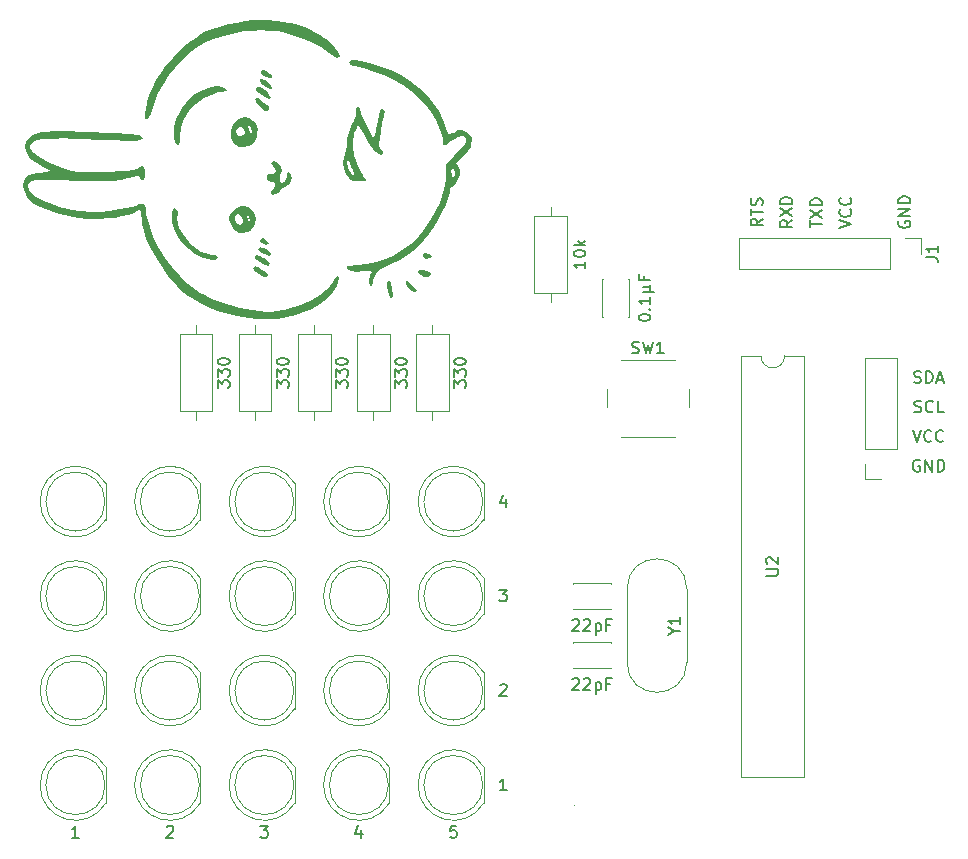
<source format=gbr>
%TF.GenerationSoftware,KiCad,Pcbnew,8.0.7-8.0.7-0~ubuntu24.04.1*%
%TF.CreationDate,2025-01-06T19:00:17+09:00*%
%TF.ProjectId,TutorialBoard2025,5475746f-7269-4616-9c42-6f6172643230,rev?*%
%TF.SameCoordinates,Original*%
%TF.FileFunction,Legend,Top*%
%TF.FilePolarity,Positive*%
%FSLAX46Y46*%
G04 Gerber Fmt 4.6, Leading zero omitted, Abs format (unit mm)*
G04 Created by KiCad (PCBNEW 8.0.7-8.0.7-0~ubuntu24.04.1) date 2025-01-06 19:00:17*
%MOMM*%
%LPD*%
G01*
G04 APERTURE LIST*
%ADD10C,0.150000*%
%ADD11C,0.000000*%
%ADD12C,0.120000*%
G04 APERTURE END LIST*
D10*
X135785714Y-50907200D02*
X135928571Y-50954819D01*
X135928571Y-50954819D02*
X136166666Y-50954819D01*
X136166666Y-50954819D02*
X136261904Y-50907200D01*
X136261904Y-50907200D02*
X136309523Y-50859580D01*
X136309523Y-50859580D02*
X136357142Y-50764342D01*
X136357142Y-50764342D02*
X136357142Y-50669104D01*
X136357142Y-50669104D02*
X136309523Y-50573866D01*
X136309523Y-50573866D02*
X136261904Y-50526247D01*
X136261904Y-50526247D02*
X136166666Y-50478628D01*
X136166666Y-50478628D02*
X135976190Y-50431009D01*
X135976190Y-50431009D02*
X135880952Y-50383390D01*
X135880952Y-50383390D02*
X135833333Y-50335771D01*
X135833333Y-50335771D02*
X135785714Y-50240533D01*
X135785714Y-50240533D02*
X135785714Y-50145295D01*
X135785714Y-50145295D02*
X135833333Y-50050057D01*
X135833333Y-50050057D02*
X135880952Y-50002438D01*
X135880952Y-50002438D02*
X135976190Y-49954819D01*
X135976190Y-49954819D02*
X136214285Y-49954819D01*
X136214285Y-49954819D02*
X136357142Y-50002438D01*
X136785714Y-50954819D02*
X136785714Y-49954819D01*
X136785714Y-49954819D02*
X137023809Y-49954819D01*
X137023809Y-49954819D02*
X137166666Y-50002438D01*
X137166666Y-50002438D02*
X137261904Y-50097676D01*
X137261904Y-50097676D02*
X137309523Y-50192914D01*
X137309523Y-50192914D02*
X137357142Y-50383390D01*
X137357142Y-50383390D02*
X137357142Y-50526247D01*
X137357142Y-50526247D02*
X137309523Y-50716723D01*
X137309523Y-50716723D02*
X137261904Y-50811961D01*
X137261904Y-50811961D02*
X137166666Y-50907200D01*
X137166666Y-50907200D02*
X137023809Y-50954819D01*
X137023809Y-50954819D02*
X136785714Y-50954819D01*
X137738095Y-50669104D02*
X138214285Y-50669104D01*
X137642857Y-50954819D02*
X137976190Y-49954819D01*
X137976190Y-49954819D02*
X138309523Y-50954819D01*
X135809524Y-53407200D02*
X135952381Y-53454819D01*
X135952381Y-53454819D02*
X136190476Y-53454819D01*
X136190476Y-53454819D02*
X136285714Y-53407200D01*
X136285714Y-53407200D02*
X136333333Y-53359580D01*
X136333333Y-53359580D02*
X136380952Y-53264342D01*
X136380952Y-53264342D02*
X136380952Y-53169104D01*
X136380952Y-53169104D02*
X136333333Y-53073866D01*
X136333333Y-53073866D02*
X136285714Y-53026247D01*
X136285714Y-53026247D02*
X136190476Y-52978628D01*
X136190476Y-52978628D02*
X136000000Y-52931009D01*
X136000000Y-52931009D02*
X135904762Y-52883390D01*
X135904762Y-52883390D02*
X135857143Y-52835771D01*
X135857143Y-52835771D02*
X135809524Y-52740533D01*
X135809524Y-52740533D02*
X135809524Y-52645295D01*
X135809524Y-52645295D02*
X135857143Y-52550057D01*
X135857143Y-52550057D02*
X135904762Y-52502438D01*
X135904762Y-52502438D02*
X136000000Y-52454819D01*
X136000000Y-52454819D02*
X136238095Y-52454819D01*
X136238095Y-52454819D02*
X136380952Y-52502438D01*
X137380952Y-53359580D02*
X137333333Y-53407200D01*
X137333333Y-53407200D02*
X137190476Y-53454819D01*
X137190476Y-53454819D02*
X137095238Y-53454819D01*
X137095238Y-53454819D02*
X136952381Y-53407200D01*
X136952381Y-53407200D02*
X136857143Y-53311961D01*
X136857143Y-53311961D02*
X136809524Y-53216723D01*
X136809524Y-53216723D02*
X136761905Y-53026247D01*
X136761905Y-53026247D02*
X136761905Y-52883390D01*
X136761905Y-52883390D02*
X136809524Y-52692914D01*
X136809524Y-52692914D02*
X136857143Y-52597676D01*
X136857143Y-52597676D02*
X136952381Y-52502438D01*
X136952381Y-52502438D02*
X137095238Y-52454819D01*
X137095238Y-52454819D02*
X137190476Y-52454819D01*
X137190476Y-52454819D02*
X137333333Y-52502438D01*
X137333333Y-52502438D02*
X137380952Y-52550057D01*
X138285714Y-53454819D02*
X137809524Y-53454819D01*
X137809524Y-53454819D02*
X137809524Y-52454819D01*
X135666667Y-54954819D02*
X136000000Y-55954819D01*
X136000000Y-55954819D02*
X136333333Y-54954819D01*
X137238095Y-55859580D02*
X137190476Y-55907200D01*
X137190476Y-55907200D02*
X137047619Y-55954819D01*
X137047619Y-55954819D02*
X136952381Y-55954819D01*
X136952381Y-55954819D02*
X136809524Y-55907200D01*
X136809524Y-55907200D02*
X136714286Y-55811961D01*
X136714286Y-55811961D02*
X136666667Y-55716723D01*
X136666667Y-55716723D02*
X136619048Y-55526247D01*
X136619048Y-55526247D02*
X136619048Y-55383390D01*
X136619048Y-55383390D02*
X136666667Y-55192914D01*
X136666667Y-55192914D02*
X136714286Y-55097676D01*
X136714286Y-55097676D02*
X136809524Y-55002438D01*
X136809524Y-55002438D02*
X136952381Y-54954819D01*
X136952381Y-54954819D02*
X137047619Y-54954819D01*
X137047619Y-54954819D02*
X137190476Y-55002438D01*
X137190476Y-55002438D02*
X137238095Y-55050057D01*
X138238095Y-55859580D02*
X138190476Y-55907200D01*
X138190476Y-55907200D02*
X138047619Y-55954819D01*
X138047619Y-55954819D02*
X137952381Y-55954819D01*
X137952381Y-55954819D02*
X137809524Y-55907200D01*
X137809524Y-55907200D02*
X137714286Y-55811961D01*
X137714286Y-55811961D02*
X137666667Y-55716723D01*
X137666667Y-55716723D02*
X137619048Y-55526247D01*
X137619048Y-55526247D02*
X137619048Y-55383390D01*
X137619048Y-55383390D02*
X137666667Y-55192914D01*
X137666667Y-55192914D02*
X137714286Y-55097676D01*
X137714286Y-55097676D02*
X137809524Y-55002438D01*
X137809524Y-55002438D02*
X137952381Y-54954819D01*
X137952381Y-54954819D02*
X138047619Y-54954819D01*
X138047619Y-54954819D02*
X138190476Y-55002438D01*
X138190476Y-55002438D02*
X138238095Y-55050057D01*
X136238095Y-57502438D02*
X136142857Y-57454819D01*
X136142857Y-57454819D02*
X136000000Y-57454819D01*
X136000000Y-57454819D02*
X135857143Y-57502438D01*
X135857143Y-57502438D02*
X135761905Y-57597676D01*
X135761905Y-57597676D02*
X135714286Y-57692914D01*
X135714286Y-57692914D02*
X135666667Y-57883390D01*
X135666667Y-57883390D02*
X135666667Y-58026247D01*
X135666667Y-58026247D02*
X135714286Y-58216723D01*
X135714286Y-58216723D02*
X135761905Y-58311961D01*
X135761905Y-58311961D02*
X135857143Y-58407200D01*
X135857143Y-58407200D02*
X136000000Y-58454819D01*
X136000000Y-58454819D02*
X136095238Y-58454819D01*
X136095238Y-58454819D02*
X136238095Y-58407200D01*
X136238095Y-58407200D02*
X136285714Y-58359580D01*
X136285714Y-58359580D02*
X136285714Y-58026247D01*
X136285714Y-58026247D02*
X136095238Y-58026247D01*
X136714286Y-58454819D02*
X136714286Y-57454819D01*
X136714286Y-57454819D02*
X137285714Y-58454819D01*
X137285714Y-58454819D02*
X137285714Y-57454819D01*
X137761905Y-58454819D02*
X137761905Y-57454819D01*
X137761905Y-57454819D02*
X138000000Y-57454819D01*
X138000000Y-57454819D02*
X138142857Y-57502438D01*
X138142857Y-57502438D02*
X138238095Y-57597676D01*
X138238095Y-57597676D02*
X138285714Y-57692914D01*
X138285714Y-57692914D02*
X138333333Y-57883390D01*
X138333333Y-57883390D02*
X138333333Y-58026247D01*
X138333333Y-58026247D02*
X138285714Y-58216723D01*
X138285714Y-58216723D02*
X138238095Y-58311961D01*
X138238095Y-58311961D02*
X138142857Y-58407200D01*
X138142857Y-58407200D02*
X138000000Y-58454819D01*
X138000000Y-58454819D02*
X137761905Y-58454819D01*
X122954819Y-37047619D02*
X122478628Y-37380952D01*
X122954819Y-37619047D02*
X121954819Y-37619047D01*
X121954819Y-37619047D02*
X121954819Y-37238095D01*
X121954819Y-37238095D02*
X122002438Y-37142857D01*
X122002438Y-37142857D02*
X122050057Y-37095238D01*
X122050057Y-37095238D02*
X122145295Y-37047619D01*
X122145295Y-37047619D02*
X122288152Y-37047619D01*
X122288152Y-37047619D02*
X122383390Y-37095238D01*
X122383390Y-37095238D02*
X122431009Y-37142857D01*
X122431009Y-37142857D02*
X122478628Y-37238095D01*
X122478628Y-37238095D02*
X122478628Y-37619047D01*
X121954819Y-36761904D02*
X121954819Y-36190476D01*
X122954819Y-36476190D02*
X121954819Y-36476190D01*
X122907200Y-35904761D02*
X122954819Y-35761904D01*
X122954819Y-35761904D02*
X122954819Y-35523809D01*
X122954819Y-35523809D02*
X122907200Y-35428571D01*
X122907200Y-35428571D02*
X122859580Y-35380952D01*
X122859580Y-35380952D02*
X122764342Y-35333333D01*
X122764342Y-35333333D02*
X122669104Y-35333333D01*
X122669104Y-35333333D02*
X122573866Y-35380952D01*
X122573866Y-35380952D02*
X122526247Y-35428571D01*
X122526247Y-35428571D02*
X122478628Y-35523809D01*
X122478628Y-35523809D02*
X122431009Y-35714285D01*
X122431009Y-35714285D02*
X122383390Y-35809523D01*
X122383390Y-35809523D02*
X122335771Y-35857142D01*
X122335771Y-35857142D02*
X122240533Y-35904761D01*
X122240533Y-35904761D02*
X122145295Y-35904761D01*
X122145295Y-35904761D02*
X122050057Y-35857142D01*
X122050057Y-35857142D02*
X122002438Y-35809523D01*
X122002438Y-35809523D02*
X121954819Y-35714285D01*
X121954819Y-35714285D02*
X121954819Y-35476190D01*
X121954819Y-35476190D02*
X122002438Y-35333333D01*
X125454819Y-37166666D02*
X124978628Y-37499999D01*
X125454819Y-37738094D02*
X124454819Y-37738094D01*
X124454819Y-37738094D02*
X124454819Y-37357142D01*
X124454819Y-37357142D02*
X124502438Y-37261904D01*
X124502438Y-37261904D02*
X124550057Y-37214285D01*
X124550057Y-37214285D02*
X124645295Y-37166666D01*
X124645295Y-37166666D02*
X124788152Y-37166666D01*
X124788152Y-37166666D02*
X124883390Y-37214285D01*
X124883390Y-37214285D02*
X124931009Y-37261904D01*
X124931009Y-37261904D02*
X124978628Y-37357142D01*
X124978628Y-37357142D02*
X124978628Y-37738094D01*
X124454819Y-36833332D02*
X125454819Y-36166666D01*
X124454819Y-36166666D02*
X125454819Y-36833332D01*
X125454819Y-35785713D02*
X124454819Y-35785713D01*
X124454819Y-35785713D02*
X124454819Y-35547618D01*
X124454819Y-35547618D02*
X124502438Y-35404761D01*
X124502438Y-35404761D02*
X124597676Y-35309523D01*
X124597676Y-35309523D02*
X124692914Y-35261904D01*
X124692914Y-35261904D02*
X124883390Y-35214285D01*
X124883390Y-35214285D02*
X125026247Y-35214285D01*
X125026247Y-35214285D02*
X125216723Y-35261904D01*
X125216723Y-35261904D02*
X125311961Y-35309523D01*
X125311961Y-35309523D02*
X125407200Y-35404761D01*
X125407200Y-35404761D02*
X125454819Y-35547618D01*
X125454819Y-35547618D02*
X125454819Y-35785713D01*
X126954819Y-37761904D02*
X126954819Y-37190476D01*
X127954819Y-37476190D02*
X126954819Y-37476190D01*
X126954819Y-36952380D02*
X127954819Y-36285714D01*
X126954819Y-36285714D02*
X127954819Y-36952380D01*
X127954819Y-35904761D02*
X126954819Y-35904761D01*
X126954819Y-35904761D02*
X126954819Y-35666666D01*
X126954819Y-35666666D02*
X127002438Y-35523809D01*
X127002438Y-35523809D02*
X127097676Y-35428571D01*
X127097676Y-35428571D02*
X127192914Y-35380952D01*
X127192914Y-35380952D02*
X127383390Y-35333333D01*
X127383390Y-35333333D02*
X127526247Y-35333333D01*
X127526247Y-35333333D02*
X127716723Y-35380952D01*
X127716723Y-35380952D02*
X127811961Y-35428571D01*
X127811961Y-35428571D02*
X127907200Y-35523809D01*
X127907200Y-35523809D02*
X127954819Y-35666666D01*
X127954819Y-35666666D02*
X127954819Y-35904761D01*
X129454819Y-37833332D02*
X130454819Y-37499999D01*
X130454819Y-37499999D02*
X129454819Y-37166666D01*
X130359580Y-36261904D02*
X130407200Y-36309523D01*
X130407200Y-36309523D02*
X130454819Y-36452380D01*
X130454819Y-36452380D02*
X130454819Y-36547618D01*
X130454819Y-36547618D02*
X130407200Y-36690475D01*
X130407200Y-36690475D02*
X130311961Y-36785713D01*
X130311961Y-36785713D02*
X130216723Y-36833332D01*
X130216723Y-36833332D02*
X130026247Y-36880951D01*
X130026247Y-36880951D02*
X129883390Y-36880951D01*
X129883390Y-36880951D02*
X129692914Y-36833332D01*
X129692914Y-36833332D02*
X129597676Y-36785713D01*
X129597676Y-36785713D02*
X129502438Y-36690475D01*
X129502438Y-36690475D02*
X129454819Y-36547618D01*
X129454819Y-36547618D02*
X129454819Y-36452380D01*
X129454819Y-36452380D02*
X129502438Y-36309523D01*
X129502438Y-36309523D02*
X129550057Y-36261904D01*
X130359580Y-35261904D02*
X130407200Y-35309523D01*
X130407200Y-35309523D02*
X130454819Y-35452380D01*
X130454819Y-35452380D02*
X130454819Y-35547618D01*
X130454819Y-35547618D02*
X130407200Y-35690475D01*
X130407200Y-35690475D02*
X130311961Y-35785713D01*
X130311961Y-35785713D02*
X130216723Y-35833332D01*
X130216723Y-35833332D02*
X130026247Y-35880951D01*
X130026247Y-35880951D02*
X129883390Y-35880951D01*
X129883390Y-35880951D02*
X129692914Y-35833332D01*
X129692914Y-35833332D02*
X129597676Y-35785713D01*
X129597676Y-35785713D02*
X129502438Y-35690475D01*
X129502438Y-35690475D02*
X129454819Y-35547618D01*
X129454819Y-35547618D02*
X129454819Y-35452380D01*
X129454819Y-35452380D02*
X129502438Y-35309523D01*
X129502438Y-35309523D02*
X129550057Y-35261904D01*
X134502438Y-37261904D02*
X134454819Y-37357142D01*
X134454819Y-37357142D02*
X134454819Y-37499999D01*
X134454819Y-37499999D02*
X134502438Y-37642856D01*
X134502438Y-37642856D02*
X134597676Y-37738094D01*
X134597676Y-37738094D02*
X134692914Y-37785713D01*
X134692914Y-37785713D02*
X134883390Y-37833332D01*
X134883390Y-37833332D02*
X135026247Y-37833332D01*
X135026247Y-37833332D02*
X135216723Y-37785713D01*
X135216723Y-37785713D02*
X135311961Y-37738094D01*
X135311961Y-37738094D02*
X135407200Y-37642856D01*
X135407200Y-37642856D02*
X135454819Y-37499999D01*
X135454819Y-37499999D02*
X135454819Y-37404761D01*
X135454819Y-37404761D02*
X135407200Y-37261904D01*
X135407200Y-37261904D02*
X135359580Y-37214285D01*
X135359580Y-37214285D02*
X135026247Y-37214285D01*
X135026247Y-37214285D02*
X135026247Y-37404761D01*
X135454819Y-36785713D02*
X134454819Y-36785713D01*
X134454819Y-36785713D02*
X135454819Y-36214285D01*
X135454819Y-36214285D02*
X134454819Y-36214285D01*
X135454819Y-35738094D02*
X134454819Y-35738094D01*
X134454819Y-35738094D02*
X134454819Y-35499999D01*
X134454819Y-35499999D02*
X134502438Y-35357142D01*
X134502438Y-35357142D02*
X134597676Y-35261904D01*
X134597676Y-35261904D02*
X134692914Y-35214285D01*
X134692914Y-35214285D02*
X134883390Y-35166666D01*
X134883390Y-35166666D02*
X135026247Y-35166666D01*
X135026247Y-35166666D02*
X135216723Y-35214285D01*
X135216723Y-35214285D02*
X135311961Y-35261904D01*
X135311961Y-35261904D02*
X135407200Y-35357142D01*
X135407200Y-35357142D02*
X135454819Y-35499999D01*
X135454819Y-35499999D02*
X135454819Y-35738094D01*
X100666667Y-68454819D02*
X101285714Y-68454819D01*
X101285714Y-68454819D02*
X100952381Y-68835771D01*
X100952381Y-68835771D02*
X101095238Y-68835771D01*
X101095238Y-68835771D02*
X101190476Y-68883390D01*
X101190476Y-68883390D02*
X101238095Y-68931009D01*
X101238095Y-68931009D02*
X101285714Y-69026247D01*
X101285714Y-69026247D02*
X101285714Y-69264342D01*
X101285714Y-69264342D02*
X101238095Y-69359580D01*
X101238095Y-69359580D02*
X101190476Y-69407200D01*
X101190476Y-69407200D02*
X101095238Y-69454819D01*
X101095238Y-69454819D02*
X100809524Y-69454819D01*
X100809524Y-69454819D02*
X100714286Y-69407200D01*
X100714286Y-69407200D02*
X100666667Y-69359580D01*
X101190476Y-60788152D02*
X101190476Y-61454819D01*
X100952381Y-60407200D02*
X100714286Y-61121485D01*
X100714286Y-61121485D02*
X101333333Y-61121485D01*
X100714286Y-76550057D02*
X100761905Y-76502438D01*
X100761905Y-76502438D02*
X100857143Y-76454819D01*
X100857143Y-76454819D02*
X101095238Y-76454819D01*
X101095238Y-76454819D02*
X101190476Y-76502438D01*
X101190476Y-76502438D02*
X101238095Y-76550057D01*
X101238095Y-76550057D02*
X101285714Y-76645295D01*
X101285714Y-76645295D02*
X101285714Y-76740533D01*
X101285714Y-76740533D02*
X101238095Y-76883390D01*
X101238095Y-76883390D02*
X100666667Y-77454819D01*
X100666667Y-77454819D02*
X101285714Y-77454819D01*
X101285714Y-85454819D02*
X100714286Y-85454819D01*
X101000000Y-85454819D02*
X101000000Y-84454819D01*
X101000000Y-84454819D02*
X100904762Y-84597676D01*
X100904762Y-84597676D02*
X100809524Y-84692914D01*
X100809524Y-84692914D02*
X100714286Y-84740533D01*
X80436667Y-88454819D02*
X81055714Y-88454819D01*
X81055714Y-88454819D02*
X80722381Y-88835771D01*
X80722381Y-88835771D02*
X80865238Y-88835771D01*
X80865238Y-88835771D02*
X80960476Y-88883390D01*
X80960476Y-88883390D02*
X81008095Y-88931009D01*
X81008095Y-88931009D02*
X81055714Y-89026247D01*
X81055714Y-89026247D02*
X81055714Y-89264342D01*
X81055714Y-89264342D02*
X81008095Y-89359580D01*
X81008095Y-89359580D02*
X80960476Y-89407200D01*
X80960476Y-89407200D02*
X80865238Y-89454819D01*
X80865238Y-89454819D02*
X80579524Y-89454819D01*
X80579524Y-89454819D02*
X80484286Y-89407200D01*
X80484286Y-89407200D02*
X80436667Y-89359580D01*
X65055714Y-89454819D02*
X64484286Y-89454819D01*
X64770000Y-89454819D02*
X64770000Y-88454819D01*
X64770000Y-88454819D02*
X64674762Y-88597676D01*
X64674762Y-88597676D02*
X64579524Y-88692914D01*
X64579524Y-88692914D02*
X64484286Y-88740533D01*
X88960476Y-88788152D02*
X88960476Y-89454819D01*
X88722381Y-88407200D02*
X88484286Y-89121485D01*
X88484286Y-89121485D02*
X89103333Y-89121485D01*
X72484286Y-88550057D02*
X72531905Y-88502438D01*
X72531905Y-88502438D02*
X72627143Y-88454819D01*
X72627143Y-88454819D02*
X72865238Y-88454819D01*
X72865238Y-88454819D02*
X72960476Y-88502438D01*
X72960476Y-88502438D02*
X73008095Y-88550057D01*
X73008095Y-88550057D02*
X73055714Y-88645295D01*
X73055714Y-88645295D02*
X73055714Y-88740533D01*
X73055714Y-88740533D02*
X73008095Y-88883390D01*
X73008095Y-88883390D02*
X72436667Y-89454819D01*
X72436667Y-89454819D02*
X73055714Y-89454819D01*
X97008095Y-88454819D02*
X96531905Y-88454819D01*
X96531905Y-88454819D02*
X96484286Y-88931009D01*
X96484286Y-88931009D02*
X96531905Y-88883390D01*
X96531905Y-88883390D02*
X96627143Y-88835771D01*
X96627143Y-88835771D02*
X96865238Y-88835771D01*
X96865238Y-88835771D02*
X96960476Y-88883390D01*
X96960476Y-88883390D02*
X97008095Y-88931009D01*
X97008095Y-88931009D02*
X97055714Y-89026247D01*
X97055714Y-89026247D02*
X97055714Y-89264342D01*
X97055714Y-89264342D02*
X97008095Y-89359580D01*
X97008095Y-89359580D02*
X96960476Y-89407200D01*
X96960476Y-89407200D02*
X96865238Y-89454819D01*
X96865238Y-89454819D02*
X96627143Y-89454819D01*
X96627143Y-89454819D02*
X96531905Y-89407200D01*
X96531905Y-89407200D02*
X96484286Y-89359580D01*
X81824819Y-51365713D02*
X81824819Y-50746666D01*
X81824819Y-50746666D02*
X82205771Y-51079999D01*
X82205771Y-51079999D02*
X82205771Y-50937142D01*
X82205771Y-50937142D02*
X82253390Y-50841904D01*
X82253390Y-50841904D02*
X82301009Y-50794285D01*
X82301009Y-50794285D02*
X82396247Y-50746666D01*
X82396247Y-50746666D02*
X82634342Y-50746666D01*
X82634342Y-50746666D02*
X82729580Y-50794285D01*
X82729580Y-50794285D02*
X82777200Y-50841904D01*
X82777200Y-50841904D02*
X82824819Y-50937142D01*
X82824819Y-50937142D02*
X82824819Y-51222856D01*
X82824819Y-51222856D02*
X82777200Y-51318094D01*
X82777200Y-51318094D02*
X82729580Y-51365713D01*
X81824819Y-50413332D02*
X81824819Y-49794285D01*
X81824819Y-49794285D02*
X82205771Y-50127618D01*
X82205771Y-50127618D02*
X82205771Y-49984761D01*
X82205771Y-49984761D02*
X82253390Y-49889523D01*
X82253390Y-49889523D02*
X82301009Y-49841904D01*
X82301009Y-49841904D02*
X82396247Y-49794285D01*
X82396247Y-49794285D02*
X82634342Y-49794285D01*
X82634342Y-49794285D02*
X82729580Y-49841904D01*
X82729580Y-49841904D02*
X82777200Y-49889523D01*
X82777200Y-49889523D02*
X82824819Y-49984761D01*
X82824819Y-49984761D02*
X82824819Y-50270475D01*
X82824819Y-50270475D02*
X82777200Y-50365713D01*
X82777200Y-50365713D02*
X82729580Y-50413332D01*
X81824819Y-49175237D02*
X81824819Y-49079999D01*
X81824819Y-49079999D02*
X81872438Y-48984761D01*
X81872438Y-48984761D02*
X81920057Y-48937142D01*
X81920057Y-48937142D02*
X82015295Y-48889523D01*
X82015295Y-48889523D02*
X82205771Y-48841904D01*
X82205771Y-48841904D02*
X82443866Y-48841904D01*
X82443866Y-48841904D02*
X82634342Y-48889523D01*
X82634342Y-48889523D02*
X82729580Y-48937142D01*
X82729580Y-48937142D02*
X82777200Y-48984761D01*
X82777200Y-48984761D02*
X82824819Y-49079999D01*
X82824819Y-49079999D02*
X82824819Y-49175237D01*
X82824819Y-49175237D02*
X82777200Y-49270475D01*
X82777200Y-49270475D02*
X82729580Y-49318094D01*
X82729580Y-49318094D02*
X82634342Y-49365713D01*
X82634342Y-49365713D02*
X82443866Y-49413332D01*
X82443866Y-49413332D02*
X82205771Y-49413332D01*
X82205771Y-49413332D02*
X82015295Y-49365713D01*
X82015295Y-49365713D02*
X81920057Y-49318094D01*
X81920057Y-49318094D02*
X81872438Y-49270475D01*
X81872438Y-49270475D02*
X81824819Y-49175237D01*
X86824819Y-51365713D02*
X86824819Y-50746666D01*
X86824819Y-50746666D02*
X87205771Y-51079999D01*
X87205771Y-51079999D02*
X87205771Y-50937142D01*
X87205771Y-50937142D02*
X87253390Y-50841904D01*
X87253390Y-50841904D02*
X87301009Y-50794285D01*
X87301009Y-50794285D02*
X87396247Y-50746666D01*
X87396247Y-50746666D02*
X87634342Y-50746666D01*
X87634342Y-50746666D02*
X87729580Y-50794285D01*
X87729580Y-50794285D02*
X87777200Y-50841904D01*
X87777200Y-50841904D02*
X87824819Y-50937142D01*
X87824819Y-50937142D02*
X87824819Y-51222856D01*
X87824819Y-51222856D02*
X87777200Y-51318094D01*
X87777200Y-51318094D02*
X87729580Y-51365713D01*
X86824819Y-50413332D02*
X86824819Y-49794285D01*
X86824819Y-49794285D02*
X87205771Y-50127618D01*
X87205771Y-50127618D02*
X87205771Y-49984761D01*
X87205771Y-49984761D02*
X87253390Y-49889523D01*
X87253390Y-49889523D02*
X87301009Y-49841904D01*
X87301009Y-49841904D02*
X87396247Y-49794285D01*
X87396247Y-49794285D02*
X87634342Y-49794285D01*
X87634342Y-49794285D02*
X87729580Y-49841904D01*
X87729580Y-49841904D02*
X87777200Y-49889523D01*
X87777200Y-49889523D02*
X87824819Y-49984761D01*
X87824819Y-49984761D02*
X87824819Y-50270475D01*
X87824819Y-50270475D02*
X87777200Y-50365713D01*
X87777200Y-50365713D02*
X87729580Y-50413332D01*
X86824819Y-49175237D02*
X86824819Y-49079999D01*
X86824819Y-49079999D02*
X86872438Y-48984761D01*
X86872438Y-48984761D02*
X86920057Y-48937142D01*
X86920057Y-48937142D02*
X87015295Y-48889523D01*
X87015295Y-48889523D02*
X87205771Y-48841904D01*
X87205771Y-48841904D02*
X87443866Y-48841904D01*
X87443866Y-48841904D02*
X87634342Y-48889523D01*
X87634342Y-48889523D02*
X87729580Y-48937142D01*
X87729580Y-48937142D02*
X87777200Y-48984761D01*
X87777200Y-48984761D02*
X87824819Y-49079999D01*
X87824819Y-49079999D02*
X87824819Y-49175237D01*
X87824819Y-49175237D02*
X87777200Y-49270475D01*
X87777200Y-49270475D02*
X87729580Y-49318094D01*
X87729580Y-49318094D02*
X87634342Y-49365713D01*
X87634342Y-49365713D02*
X87443866Y-49413332D01*
X87443866Y-49413332D02*
X87205771Y-49413332D01*
X87205771Y-49413332D02*
X87015295Y-49365713D01*
X87015295Y-49365713D02*
X86920057Y-49318094D01*
X86920057Y-49318094D02*
X86872438Y-49270475D01*
X86872438Y-49270475D02*
X86824819Y-49175237D01*
X91824819Y-51365713D02*
X91824819Y-50746666D01*
X91824819Y-50746666D02*
X92205771Y-51079999D01*
X92205771Y-51079999D02*
X92205771Y-50937142D01*
X92205771Y-50937142D02*
X92253390Y-50841904D01*
X92253390Y-50841904D02*
X92301009Y-50794285D01*
X92301009Y-50794285D02*
X92396247Y-50746666D01*
X92396247Y-50746666D02*
X92634342Y-50746666D01*
X92634342Y-50746666D02*
X92729580Y-50794285D01*
X92729580Y-50794285D02*
X92777200Y-50841904D01*
X92777200Y-50841904D02*
X92824819Y-50937142D01*
X92824819Y-50937142D02*
X92824819Y-51222856D01*
X92824819Y-51222856D02*
X92777200Y-51318094D01*
X92777200Y-51318094D02*
X92729580Y-51365713D01*
X91824819Y-50413332D02*
X91824819Y-49794285D01*
X91824819Y-49794285D02*
X92205771Y-50127618D01*
X92205771Y-50127618D02*
X92205771Y-49984761D01*
X92205771Y-49984761D02*
X92253390Y-49889523D01*
X92253390Y-49889523D02*
X92301009Y-49841904D01*
X92301009Y-49841904D02*
X92396247Y-49794285D01*
X92396247Y-49794285D02*
X92634342Y-49794285D01*
X92634342Y-49794285D02*
X92729580Y-49841904D01*
X92729580Y-49841904D02*
X92777200Y-49889523D01*
X92777200Y-49889523D02*
X92824819Y-49984761D01*
X92824819Y-49984761D02*
X92824819Y-50270475D01*
X92824819Y-50270475D02*
X92777200Y-50365713D01*
X92777200Y-50365713D02*
X92729580Y-50413332D01*
X91824819Y-49175237D02*
X91824819Y-49079999D01*
X91824819Y-49079999D02*
X91872438Y-48984761D01*
X91872438Y-48984761D02*
X91920057Y-48937142D01*
X91920057Y-48937142D02*
X92015295Y-48889523D01*
X92015295Y-48889523D02*
X92205771Y-48841904D01*
X92205771Y-48841904D02*
X92443866Y-48841904D01*
X92443866Y-48841904D02*
X92634342Y-48889523D01*
X92634342Y-48889523D02*
X92729580Y-48937142D01*
X92729580Y-48937142D02*
X92777200Y-48984761D01*
X92777200Y-48984761D02*
X92824819Y-49079999D01*
X92824819Y-49079999D02*
X92824819Y-49175237D01*
X92824819Y-49175237D02*
X92777200Y-49270475D01*
X92777200Y-49270475D02*
X92729580Y-49318094D01*
X92729580Y-49318094D02*
X92634342Y-49365713D01*
X92634342Y-49365713D02*
X92443866Y-49413332D01*
X92443866Y-49413332D02*
X92205771Y-49413332D01*
X92205771Y-49413332D02*
X92015295Y-49365713D01*
X92015295Y-49365713D02*
X91920057Y-49318094D01*
X91920057Y-49318094D02*
X91872438Y-49270475D01*
X91872438Y-49270475D02*
X91824819Y-49175237D01*
X96824819Y-51365713D02*
X96824819Y-50746666D01*
X96824819Y-50746666D02*
X97205771Y-51079999D01*
X97205771Y-51079999D02*
X97205771Y-50937142D01*
X97205771Y-50937142D02*
X97253390Y-50841904D01*
X97253390Y-50841904D02*
X97301009Y-50794285D01*
X97301009Y-50794285D02*
X97396247Y-50746666D01*
X97396247Y-50746666D02*
X97634342Y-50746666D01*
X97634342Y-50746666D02*
X97729580Y-50794285D01*
X97729580Y-50794285D02*
X97777200Y-50841904D01*
X97777200Y-50841904D02*
X97824819Y-50937142D01*
X97824819Y-50937142D02*
X97824819Y-51222856D01*
X97824819Y-51222856D02*
X97777200Y-51318094D01*
X97777200Y-51318094D02*
X97729580Y-51365713D01*
X96824819Y-50413332D02*
X96824819Y-49794285D01*
X96824819Y-49794285D02*
X97205771Y-50127618D01*
X97205771Y-50127618D02*
X97205771Y-49984761D01*
X97205771Y-49984761D02*
X97253390Y-49889523D01*
X97253390Y-49889523D02*
X97301009Y-49841904D01*
X97301009Y-49841904D02*
X97396247Y-49794285D01*
X97396247Y-49794285D02*
X97634342Y-49794285D01*
X97634342Y-49794285D02*
X97729580Y-49841904D01*
X97729580Y-49841904D02*
X97777200Y-49889523D01*
X97777200Y-49889523D02*
X97824819Y-49984761D01*
X97824819Y-49984761D02*
X97824819Y-50270475D01*
X97824819Y-50270475D02*
X97777200Y-50365713D01*
X97777200Y-50365713D02*
X97729580Y-50413332D01*
X96824819Y-49175237D02*
X96824819Y-49079999D01*
X96824819Y-49079999D02*
X96872438Y-48984761D01*
X96872438Y-48984761D02*
X96920057Y-48937142D01*
X96920057Y-48937142D02*
X97015295Y-48889523D01*
X97015295Y-48889523D02*
X97205771Y-48841904D01*
X97205771Y-48841904D02*
X97443866Y-48841904D01*
X97443866Y-48841904D02*
X97634342Y-48889523D01*
X97634342Y-48889523D02*
X97729580Y-48937142D01*
X97729580Y-48937142D02*
X97777200Y-48984761D01*
X97777200Y-48984761D02*
X97824819Y-49079999D01*
X97824819Y-49079999D02*
X97824819Y-49175237D01*
X97824819Y-49175237D02*
X97777200Y-49270475D01*
X97777200Y-49270475D02*
X97729580Y-49318094D01*
X97729580Y-49318094D02*
X97634342Y-49365713D01*
X97634342Y-49365713D02*
X97443866Y-49413332D01*
X97443866Y-49413332D02*
X97205771Y-49413332D01*
X97205771Y-49413332D02*
X97015295Y-49365713D01*
X97015295Y-49365713D02*
X96920057Y-49318094D01*
X96920057Y-49318094D02*
X96872438Y-49270475D01*
X96872438Y-49270475D02*
X96824819Y-49175237D01*
X76824819Y-51365713D02*
X76824819Y-50746666D01*
X76824819Y-50746666D02*
X77205771Y-51079999D01*
X77205771Y-51079999D02*
X77205771Y-50937142D01*
X77205771Y-50937142D02*
X77253390Y-50841904D01*
X77253390Y-50841904D02*
X77301009Y-50794285D01*
X77301009Y-50794285D02*
X77396247Y-50746666D01*
X77396247Y-50746666D02*
X77634342Y-50746666D01*
X77634342Y-50746666D02*
X77729580Y-50794285D01*
X77729580Y-50794285D02*
X77777200Y-50841904D01*
X77777200Y-50841904D02*
X77824819Y-50937142D01*
X77824819Y-50937142D02*
X77824819Y-51222856D01*
X77824819Y-51222856D02*
X77777200Y-51318094D01*
X77777200Y-51318094D02*
X77729580Y-51365713D01*
X76824819Y-50413332D02*
X76824819Y-49794285D01*
X76824819Y-49794285D02*
X77205771Y-50127618D01*
X77205771Y-50127618D02*
X77205771Y-49984761D01*
X77205771Y-49984761D02*
X77253390Y-49889523D01*
X77253390Y-49889523D02*
X77301009Y-49841904D01*
X77301009Y-49841904D02*
X77396247Y-49794285D01*
X77396247Y-49794285D02*
X77634342Y-49794285D01*
X77634342Y-49794285D02*
X77729580Y-49841904D01*
X77729580Y-49841904D02*
X77777200Y-49889523D01*
X77777200Y-49889523D02*
X77824819Y-49984761D01*
X77824819Y-49984761D02*
X77824819Y-50270475D01*
X77824819Y-50270475D02*
X77777200Y-50365713D01*
X77777200Y-50365713D02*
X77729580Y-50413332D01*
X76824819Y-49175237D02*
X76824819Y-49079999D01*
X76824819Y-49079999D02*
X76872438Y-48984761D01*
X76872438Y-48984761D02*
X76920057Y-48937142D01*
X76920057Y-48937142D02*
X77015295Y-48889523D01*
X77015295Y-48889523D02*
X77205771Y-48841904D01*
X77205771Y-48841904D02*
X77443866Y-48841904D01*
X77443866Y-48841904D02*
X77634342Y-48889523D01*
X77634342Y-48889523D02*
X77729580Y-48937142D01*
X77729580Y-48937142D02*
X77777200Y-48984761D01*
X77777200Y-48984761D02*
X77824819Y-49079999D01*
X77824819Y-49079999D02*
X77824819Y-49175237D01*
X77824819Y-49175237D02*
X77777200Y-49270475D01*
X77777200Y-49270475D02*
X77729580Y-49318094D01*
X77729580Y-49318094D02*
X77634342Y-49365713D01*
X77634342Y-49365713D02*
X77443866Y-49413332D01*
X77443866Y-49413332D02*
X77205771Y-49413332D01*
X77205771Y-49413332D02*
X77015295Y-49365713D01*
X77015295Y-49365713D02*
X76920057Y-49318094D01*
X76920057Y-49318094D02*
X76872438Y-49270475D01*
X76872438Y-49270475D02*
X76824819Y-49175237D01*
X123264819Y-67261904D02*
X124074342Y-67261904D01*
X124074342Y-67261904D02*
X124169580Y-67214285D01*
X124169580Y-67214285D02*
X124217200Y-67166666D01*
X124217200Y-67166666D02*
X124264819Y-67071428D01*
X124264819Y-67071428D02*
X124264819Y-66880952D01*
X124264819Y-66880952D02*
X124217200Y-66785714D01*
X124217200Y-66785714D02*
X124169580Y-66738095D01*
X124169580Y-66738095D02*
X124074342Y-66690476D01*
X124074342Y-66690476D02*
X123264819Y-66690476D01*
X123360057Y-66261904D02*
X123312438Y-66214285D01*
X123312438Y-66214285D02*
X123264819Y-66119047D01*
X123264819Y-66119047D02*
X123264819Y-65880952D01*
X123264819Y-65880952D02*
X123312438Y-65785714D01*
X123312438Y-65785714D02*
X123360057Y-65738095D01*
X123360057Y-65738095D02*
X123455295Y-65690476D01*
X123455295Y-65690476D02*
X123550533Y-65690476D01*
X123550533Y-65690476D02*
X123693390Y-65738095D01*
X123693390Y-65738095D02*
X124264819Y-66309523D01*
X124264819Y-66309523D02*
X124264819Y-65690476D01*
X106857143Y-76050057D02*
X106904762Y-76002438D01*
X106904762Y-76002438D02*
X107000000Y-75954819D01*
X107000000Y-75954819D02*
X107238095Y-75954819D01*
X107238095Y-75954819D02*
X107333333Y-76002438D01*
X107333333Y-76002438D02*
X107380952Y-76050057D01*
X107380952Y-76050057D02*
X107428571Y-76145295D01*
X107428571Y-76145295D02*
X107428571Y-76240533D01*
X107428571Y-76240533D02*
X107380952Y-76383390D01*
X107380952Y-76383390D02*
X106809524Y-76954819D01*
X106809524Y-76954819D02*
X107428571Y-76954819D01*
X107809524Y-76050057D02*
X107857143Y-76002438D01*
X107857143Y-76002438D02*
X107952381Y-75954819D01*
X107952381Y-75954819D02*
X108190476Y-75954819D01*
X108190476Y-75954819D02*
X108285714Y-76002438D01*
X108285714Y-76002438D02*
X108333333Y-76050057D01*
X108333333Y-76050057D02*
X108380952Y-76145295D01*
X108380952Y-76145295D02*
X108380952Y-76240533D01*
X108380952Y-76240533D02*
X108333333Y-76383390D01*
X108333333Y-76383390D02*
X107761905Y-76954819D01*
X107761905Y-76954819D02*
X108380952Y-76954819D01*
X108809524Y-76288152D02*
X108809524Y-77288152D01*
X108809524Y-76335771D02*
X108904762Y-76288152D01*
X108904762Y-76288152D02*
X109095238Y-76288152D01*
X109095238Y-76288152D02*
X109190476Y-76335771D01*
X109190476Y-76335771D02*
X109238095Y-76383390D01*
X109238095Y-76383390D02*
X109285714Y-76478628D01*
X109285714Y-76478628D02*
X109285714Y-76764342D01*
X109285714Y-76764342D02*
X109238095Y-76859580D01*
X109238095Y-76859580D02*
X109190476Y-76907200D01*
X109190476Y-76907200D02*
X109095238Y-76954819D01*
X109095238Y-76954819D02*
X108904762Y-76954819D01*
X108904762Y-76954819D02*
X108809524Y-76907200D01*
X110047619Y-76431009D02*
X109714286Y-76431009D01*
X109714286Y-76954819D02*
X109714286Y-75954819D01*
X109714286Y-75954819D02*
X110190476Y-75954819D01*
X106857143Y-71050057D02*
X106904762Y-71002438D01*
X106904762Y-71002438D02*
X107000000Y-70954819D01*
X107000000Y-70954819D02*
X107238095Y-70954819D01*
X107238095Y-70954819D02*
X107333333Y-71002438D01*
X107333333Y-71002438D02*
X107380952Y-71050057D01*
X107380952Y-71050057D02*
X107428571Y-71145295D01*
X107428571Y-71145295D02*
X107428571Y-71240533D01*
X107428571Y-71240533D02*
X107380952Y-71383390D01*
X107380952Y-71383390D02*
X106809524Y-71954819D01*
X106809524Y-71954819D02*
X107428571Y-71954819D01*
X107809524Y-71050057D02*
X107857143Y-71002438D01*
X107857143Y-71002438D02*
X107952381Y-70954819D01*
X107952381Y-70954819D02*
X108190476Y-70954819D01*
X108190476Y-70954819D02*
X108285714Y-71002438D01*
X108285714Y-71002438D02*
X108333333Y-71050057D01*
X108333333Y-71050057D02*
X108380952Y-71145295D01*
X108380952Y-71145295D02*
X108380952Y-71240533D01*
X108380952Y-71240533D02*
X108333333Y-71383390D01*
X108333333Y-71383390D02*
X107761905Y-71954819D01*
X107761905Y-71954819D02*
X108380952Y-71954819D01*
X108809524Y-71288152D02*
X108809524Y-72288152D01*
X108809524Y-71335771D02*
X108904762Y-71288152D01*
X108904762Y-71288152D02*
X109095238Y-71288152D01*
X109095238Y-71288152D02*
X109190476Y-71335771D01*
X109190476Y-71335771D02*
X109238095Y-71383390D01*
X109238095Y-71383390D02*
X109285714Y-71478628D01*
X109285714Y-71478628D02*
X109285714Y-71764342D01*
X109285714Y-71764342D02*
X109238095Y-71859580D01*
X109238095Y-71859580D02*
X109190476Y-71907200D01*
X109190476Y-71907200D02*
X109095238Y-71954819D01*
X109095238Y-71954819D02*
X108904762Y-71954819D01*
X108904762Y-71954819D02*
X108809524Y-71907200D01*
X110047619Y-71431009D02*
X109714286Y-71431009D01*
X109714286Y-71954819D02*
X109714286Y-70954819D01*
X109714286Y-70954819D02*
X110190476Y-70954819D01*
X111916667Y-48407200D02*
X112059524Y-48454819D01*
X112059524Y-48454819D02*
X112297619Y-48454819D01*
X112297619Y-48454819D02*
X112392857Y-48407200D01*
X112392857Y-48407200D02*
X112440476Y-48359580D01*
X112440476Y-48359580D02*
X112488095Y-48264342D01*
X112488095Y-48264342D02*
X112488095Y-48169104D01*
X112488095Y-48169104D02*
X112440476Y-48073866D01*
X112440476Y-48073866D02*
X112392857Y-48026247D01*
X112392857Y-48026247D02*
X112297619Y-47978628D01*
X112297619Y-47978628D02*
X112107143Y-47931009D01*
X112107143Y-47931009D02*
X112011905Y-47883390D01*
X112011905Y-47883390D02*
X111964286Y-47835771D01*
X111964286Y-47835771D02*
X111916667Y-47740533D01*
X111916667Y-47740533D02*
X111916667Y-47645295D01*
X111916667Y-47645295D02*
X111964286Y-47550057D01*
X111964286Y-47550057D02*
X112011905Y-47502438D01*
X112011905Y-47502438D02*
X112107143Y-47454819D01*
X112107143Y-47454819D02*
X112345238Y-47454819D01*
X112345238Y-47454819D02*
X112488095Y-47502438D01*
X112821429Y-47454819D02*
X113059524Y-48454819D01*
X113059524Y-48454819D02*
X113250000Y-47740533D01*
X113250000Y-47740533D02*
X113440476Y-48454819D01*
X113440476Y-48454819D02*
X113678572Y-47454819D01*
X114583333Y-48454819D02*
X114011905Y-48454819D01*
X114297619Y-48454819D02*
X114297619Y-47454819D01*
X114297619Y-47454819D02*
X114202381Y-47597676D01*
X114202381Y-47597676D02*
X114107143Y-47692914D01*
X114107143Y-47692914D02*
X114011905Y-47740533D01*
X136784819Y-40333333D02*
X137499104Y-40333333D01*
X137499104Y-40333333D02*
X137641961Y-40380952D01*
X137641961Y-40380952D02*
X137737200Y-40476190D01*
X137737200Y-40476190D02*
X137784819Y-40619047D01*
X137784819Y-40619047D02*
X137784819Y-40714285D01*
X137784819Y-39333333D02*
X137784819Y-39904761D01*
X137784819Y-39619047D02*
X136784819Y-39619047D01*
X136784819Y-39619047D02*
X136927676Y-39714285D01*
X136927676Y-39714285D02*
X137022914Y-39809523D01*
X137022914Y-39809523D02*
X137070533Y-39904761D01*
X107954819Y-40675238D02*
X107954819Y-41246666D01*
X107954819Y-40960952D02*
X106954819Y-40960952D01*
X106954819Y-40960952D02*
X107097676Y-41056190D01*
X107097676Y-41056190D02*
X107192914Y-41151428D01*
X107192914Y-41151428D02*
X107240533Y-41246666D01*
X106954819Y-40056190D02*
X106954819Y-39960952D01*
X106954819Y-39960952D02*
X107002438Y-39865714D01*
X107002438Y-39865714D02*
X107050057Y-39818095D01*
X107050057Y-39818095D02*
X107145295Y-39770476D01*
X107145295Y-39770476D02*
X107335771Y-39722857D01*
X107335771Y-39722857D02*
X107573866Y-39722857D01*
X107573866Y-39722857D02*
X107764342Y-39770476D01*
X107764342Y-39770476D02*
X107859580Y-39818095D01*
X107859580Y-39818095D02*
X107907200Y-39865714D01*
X107907200Y-39865714D02*
X107954819Y-39960952D01*
X107954819Y-39960952D02*
X107954819Y-40056190D01*
X107954819Y-40056190D02*
X107907200Y-40151428D01*
X107907200Y-40151428D02*
X107859580Y-40199047D01*
X107859580Y-40199047D02*
X107764342Y-40246666D01*
X107764342Y-40246666D02*
X107573866Y-40294285D01*
X107573866Y-40294285D02*
X107335771Y-40294285D01*
X107335771Y-40294285D02*
X107145295Y-40246666D01*
X107145295Y-40246666D02*
X107050057Y-40199047D01*
X107050057Y-40199047D02*
X107002438Y-40151428D01*
X107002438Y-40151428D02*
X106954819Y-40056190D01*
X107954819Y-39294285D02*
X106954819Y-39294285D01*
X107573866Y-39199047D02*
X107954819Y-38913333D01*
X107288152Y-38913333D02*
X107669104Y-39294285D01*
X112454819Y-45464285D02*
X112454819Y-45369047D01*
X112454819Y-45369047D02*
X112502438Y-45273809D01*
X112502438Y-45273809D02*
X112550057Y-45226190D01*
X112550057Y-45226190D02*
X112645295Y-45178571D01*
X112645295Y-45178571D02*
X112835771Y-45130952D01*
X112835771Y-45130952D02*
X113073866Y-45130952D01*
X113073866Y-45130952D02*
X113264342Y-45178571D01*
X113264342Y-45178571D02*
X113359580Y-45226190D01*
X113359580Y-45226190D02*
X113407200Y-45273809D01*
X113407200Y-45273809D02*
X113454819Y-45369047D01*
X113454819Y-45369047D02*
X113454819Y-45464285D01*
X113454819Y-45464285D02*
X113407200Y-45559523D01*
X113407200Y-45559523D02*
X113359580Y-45607142D01*
X113359580Y-45607142D02*
X113264342Y-45654761D01*
X113264342Y-45654761D02*
X113073866Y-45702380D01*
X113073866Y-45702380D02*
X112835771Y-45702380D01*
X112835771Y-45702380D02*
X112645295Y-45654761D01*
X112645295Y-45654761D02*
X112550057Y-45607142D01*
X112550057Y-45607142D02*
X112502438Y-45559523D01*
X112502438Y-45559523D02*
X112454819Y-45464285D01*
X113359580Y-44702380D02*
X113407200Y-44654761D01*
X113407200Y-44654761D02*
X113454819Y-44702380D01*
X113454819Y-44702380D02*
X113407200Y-44749999D01*
X113407200Y-44749999D02*
X113359580Y-44702380D01*
X113359580Y-44702380D02*
X113454819Y-44702380D01*
X113454819Y-43702381D02*
X113454819Y-44273809D01*
X113454819Y-43988095D02*
X112454819Y-43988095D01*
X112454819Y-43988095D02*
X112597676Y-44083333D01*
X112597676Y-44083333D02*
X112692914Y-44178571D01*
X112692914Y-44178571D02*
X112740533Y-44273809D01*
X112788152Y-43273809D02*
X113788152Y-43273809D01*
X113311961Y-42797619D02*
X113407200Y-42750000D01*
X113407200Y-42750000D02*
X113454819Y-42654762D01*
X113311961Y-43273809D02*
X113407200Y-43226190D01*
X113407200Y-43226190D02*
X113454819Y-43130952D01*
X113454819Y-43130952D02*
X113454819Y-42940476D01*
X113454819Y-42940476D02*
X113407200Y-42845238D01*
X113407200Y-42845238D02*
X113311961Y-42797619D01*
X113311961Y-42797619D02*
X112788152Y-42797619D01*
X112931009Y-41892857D02*
X112931009Y-42226190D01*
X113454819Y-42226190D02*
X112454819Y-42226190D01*
X112454819Y-42226190D02*
X112454819Y-41750000D01*
X115478628Y-71976190D02*
X115954819Y-71976190D01*
X114954819Y-72309523D02*
X115478628Y-71976190D01*
X115478628Y-71976190D02*
X114954819Y-71642857D01*
X115954819Y-70785714D02*
X115954819Y-71357142D01*
X115954819Y-71071428D02*
X114954819Y-71071428D01*
X114954819Y-71071428D02*
X115097676Y-71166666D01*
X115097676Y-71166666D02*
X115192914Y-71261904D01*
X115192914Y-71261904D02*
X115240533Y-71357142D01*
D11*
%TO.C,G\u002A\u002A\u002A*%
G36*
X107094403Y-86748848D02*
G01*
X107069152Y-86787330D01*
X106983278Y-86793316D01*
X106892936Y-86772639D01*
X106932125Y-86742164D01*
X107064449Y-86732070D01*
X107094403Y-86748848D01*
G37*
G36*
X94690645Y-39996759D02*
G01*
X94884298Y-40086361D01*
X94948112Y-40220188D01*
X94876491Y-40349795D01*
X94738749Y-40413092D01*
X94444289Y-40441655D01*
X94257945Y-40358453D01*
X94198409Y-40226618D01*
X94236862Y-40054044D01*
X94408664Y-39976888D01*
X94690645Y-39996759D01*
G37*
G36*
X80705402Y-38702563D02*
G01*
X80861624Y-38807639D01*
X81070181Y-38995809D01*
X81125323Y-39138567D01*
X81088372Y-39205999D01*
X80924271Y-39260189D01*
X80701152Y-39187742D01*
X80557330Y-39088136D01*
X80423558Y-38961582D01*
X80413014Y-38872486D01*
X80492908Y-38777399D01*
X80601155Y-38691132D01*
X80705402Y-38702563D01*
G37*
G36*
X80956154Y-24567428D02*
G01*
X81050177Y-24612686D01*
X81268900Y-24761745D01*
X81389155Y-24917599D01*
X81399832Y-25047704D01*
X81289825Y-25119516D01*
X81224999Y-25124874D01*
X80958164Y-25083028D01*
X80707908Y-24976886D01*
X80526619Y-24835541D01*
X80465719Y-24703204D01*
X80520003Y-24529368D01*
X80683273Y-24484141D01*
X80956154Y-24567428D01*
G37*
G36*
X92913001Y-42345909D02*
G01*
X93130038Y-42501061D01*
X93310681Y-42668502D01*
X93550385Y-42926648D01*
X93658601Y-43109001D01*
X93643806Y-43235077D01*
X93580979Y-43290863D01*
X93429909Y-43294804D01*
X93235101Y-43186706D01*
X93033511Y-43003400D01*
X92862097Y-42781717D01*
X92757815Y-42558487D01*
X92742386Y-42455135D01*
X92784621Y-42330915D01*
X92913001Y-42345909D01*
G37*
G36*
X94077971Y-41382854D02*
G01*
X94261744Y-41435149D01*
X94501191Y-41508064D01*
X94692762Y-41545430D01*
X94710886Y-41546491D01*
X94836340Y-41606360D01*
X94843418Y-41742164D01*
X94757452Y-41871940D01*
X94558016Y-41963256D01*
X94294381Y-41948137D01*
X94029016Y-41832531D01*
X93981470Y-41798062D01*
X93792231Y-41603145D01*
X93755079Y-41456224D01*
X93855248Y-41376421D01*
X94077971Y-41382854D01*
G37*
G36*
X80366421Y-40195886D02*
G01*
X80661139Y-40362704D01*
X80743535Y-40413733D01*
X81056329Y-40637532D01*
X81207562Y-40816262D01*
X81196816Y-40949212D01*
X81096084Y-41013368D01*
X80927092Y-41004117D01*
X80672745Y-40903507D01*
X80375343Y-40731437D01*
X80151303Y-40568912D01*
X79991311Y-40385814D01*
X79983141Y-40251412D01*
X80054180Y-40145952D01*
X80173021Y-40125539D01*
X80366421Y-40195886D01*
G37*
G36*
X80575915Y-39501095D02*
G01*
X80729315Y-39564868D01*
X81060375Y-39741289D01*
X81256664Y-39906070D01*
X81309455Y-40047578D01*
X81210020Y-40154178D01*
X81180751Y-40166701D01*
X81016945Y-40158588D01*
X80781797Y-40069583D01*
X80533486Y-39927865D01*
X80330196Y-39761616D01*
X80318473Y-39749040D01*
X80232341Y-39606657D01*
X80278644Y-39502082D01*
X80388780Y-39458347D01*
X80575915Y-39501095D01*
G37*
G36*
X80849478Y-25316326D02*
G01*
X81054042Y-25442374D01*
X81249579Y-25616869D01*
X81372295Y-25800887D01*
X81408060Y-25956797D01*
X81342741Y-26046972D01*
X81284568Y-26056207D01*
X81116855Y-26005313D01*
X80894699Y-25877082D01*
X80666451Y-25708187D01*
X80480464Y-25535304D01*
X80385089Y-25395108D01*
X80381052Y-25370895D01*
X80439181Y-25238212D01*
X80601404Y-25220668D01*
X80849478Y-25316326D01*
G37*
G36*
X91467058Y-42390216D02*
G01*
X91525996Y-42580000D01*
X91564384Y-42800266D01*
X91613259Y-43080009D01*
X91664318Y-43313605D01*
X91681934Y-43376455D01*
X91671351Y-43578932D01*
X91598819Y-43667344D01*
X91483691Y-43726281D01*
X91391902Y-43673093D01*
X91310390Y-43489319D01*
X91226094Y-43156499D01*
X91221125Y-43133540D01*
X91153453Y-42765834D01*
X91142069Y-42529138D01*
X91188571Y-42394204D01*
X91264370Y-42341424D01*
X91386143Y-42320317D01*
X91467058Y-42390216D01*
G37*
G36*
X80250565Y-41160220D02*
G01*
X80362167Y-41224878D01*
X80599590Y-41373450D01*
X80804125Y-41494951D01*
X80846719Y-41518625D01*
X80987770Y-41655683D01*
X81044048Y-41830594D01*
X81003573Y-41978925D01*
X80940688Y-42024020D01*
X80809360Y-42001985D01*
X80595353Y-41898133D01*
X80342772Y-41742512D01*
X80095720Y-41565170D01*
X79898302Y-41396155D01*
X79794622Y-41265516D01*
X79788386Y-41238949D01*
X79849236Y-41104719D01*
X80012793Y-41078243D01*
X80250565Y-41160220D01*
G37*
G36*
X80225064Y-26823571D02*
G01*
X80382626Y-26951812D01*
X80503867Y-27068099D01*
X80716978Y-27255426D01*
X80901233Y-27379929D01*
X80989032Y-27410874D01*
X81135325Y-27475425D01*
X81176707Y-27633678D01*
X81130028Y-27775821D01*
X81014212Y-27895625D01*
X80855315Y-27889976D01*
X80632607Y-27753691D01*
X80461522Y-27608676D01*
X80177571Y-27329622D01*
X80026695Y-27118773D01*
X79997751Y-26955596D01*
X80050286Y-26851021D01*
X80126053Y-26795606D01*
X80225064Y-26823571D01*
G37*
G36*
X80398291Y-25915343D02*
G01*
X80620110Y-26009480D01*
X80842217Y-26165731D01*
X81042491Y-26356216D01*
X81198812Y-26553052D01*
X81289062Y-26728361D01*
X81291119Y-26854261D01*
X81182864Y-26902872D01*
X81181770Y-26902874D01*
X81054081Y-26854276D01*
X80842042Y-26729935D01*
X80591788Y-26562028D01*
X80349456Y-26382732D01*
X80161182Y-26224225D01*
X80081320Y-26135375D01*
X80071619Y-26006176D01*
X80183670Y-25919857D01*
X80370192Y-25909240D01*
X80398291Y-25915343D01*
G37*
G36*
X73226016Y-36151565D02*
G01*
X73360597Y-36272667D01*
X73361610Y-36273666D01*
X73486049Y-36426699D01*
X73493105Y-36574384D01*
X73447320Y-36702636D01*
X73397963Y-37002076D01*
X73443151Y-37389708D01*
X73574703Y-37819107D01*
X73688522Y-38071300D01*
X73855016Y-38329610D01*
X74111948Y-38650753D01*
X74423934Y-38997854D01*
X74755591Y-39334039D01*
X75071535Y-39622434D01*
X75336385Y-39826165D01*
X75419790Y-39875536D01*
X75706386Y-39985404D01*
X76062401Y-40072584D01*
X76273766Y-40103507D01*
X76589845Y-40149908D01*
X76760080Y-40216567D01*
X76805859Y-40284336D01*
X76795229Y-40434877D01*
X76771535Y-40474836D01*
X76615149Y-40531747D01*
X76345636Y-40537322D01*
X76009466Y-40496820D01*
X75653107Y-40415500D01*
X75362001Y-40315304D01*
X74867880Y-40040659D01*
X74368202Y-39641700D01*
X73899170Y-39158214D01*
X73496990Y-38629988D01*
X73197865Y-38096812D01*
X73091800Y-37820412D01*
X72986221Y-37381150D01*
X72938108Y-36953553D01*
X72948569Y-36581830D01*
X73018713Y-36310195D01*
X73052503Y-36253556D01*
X73145024Y-36146607D01*
X73226016Y-36151565D01*
G37*
G36*
X76923666Y-25829615D02*
G01*
X77184101Y-25898850D01*
X77414251Y-25990425D01*
X77561033Y-26084856D01*
X77587052Y-26132952D01*
X77519414Y-26223552D01*
X77453127Y-26258815D01*
X77270298Y-26297211D01*
X77073663Y-26310207D01*
X76831904Y-26355045D01*
X76492207Y-26476055D01*
X76095830Y-26652977D01*
X75684030Y-26865556D01*
X75298065Y-27093534D01*
X74979193Y-27316653D01*
X74912257Y-27371462D01*
X74381180Y-27933683D01*
X73979024Y-28592036D01*
X73717912Y-29320045D01*
X73609968Y-30091237D01*
X73607719Y-30220241D01*
X73602599Y-30527505D01*
X73580410Y-30701916D01*
X73530905Y-30779813D01*
X73444952Y-30797540D01*
X73297208Y-30720363D01*
X73191825Y-30508950D01*
X73130647Y-30193483D01*
X73115521Y-29804140D01*
X73148291Y-29371102D01*
X73230804Y-28924550D01*
X73312921Y-28638540D01*
X73511280Y-28171007D01*
X73788944Y-27677199D01*
X74097518Y-27240151D01*
X74194008Y-27126817D01*
X74515124Y-26829344D01*
X74926178Y-26533229D01*
X75385661Y-26260537D01*
X75852065Y-26033330D01*
X76283882Y-25873671D01*
X76639603Y-25803625D01*
X76686030Y-25802207D01*
X76923666Y-25829615D01*
G37*
G36*
X79156639Y-36013710D02*
G01*
X79512135Y-36155104D01*
X79789361Y-36404635D01*
X79968395Y-36733911D01*
X80029314Y-37114542D01*
X79952198Y-37518139D01*
X79894087Y-37649522D01*
X79647947Y-37980973D01*
X79513177Y-38071718D01*
X79327284Y-38196886D01*
X78969062Y-38286020D01*
X78745945Y-38255621D01*
X78610246Y-38237132D01*
X78374362Y-38111705D01*
X78124048Y-37860219D01*
X77914720Y-37533202D01*
X77783548Y-37196865D01*
X77772207Y-37116149D01*
X78288121Y-37116149D01*
X78386807Y-37364102D01*
X78554178Y-37522051D01*
X78745945Y-37572828D01*
X78885274Y-37514429D01*
X78941573Y-37355974D01*
X78922491Y-37123854D01*
X78838839Y-36890162D01*
X78777690Y-36797087D01*
X78734039Y-36755434D01*
X79326406Y-36755434D01*
X79339810Y-36905421D01*
X79401083Y-37112599D01*
X79477445Y-37313732D01*
X79513177Y-37365794D01*
X79525004Y-37279036D01*
X79527123Y-37189874D01*
X79505213Y-36963614D01*
X79453026Y-36811326D01*
X79365698Y-36715057D01*
X79326406Y-36755434D01*
X78734039Y-36755434D01*
X78638690Y-36664449D01*
X78516063Y-36661483D01*
X78460190Y-36690521D01*
X78310831Y-36869453D01*
X78288121Y-37116149D01*
X77772207Y-37116149D01*
X77757778Y-37013462D01*
X77830903Y-36733325D01*
X78025289Y-36449765D01*
X78299219Y-36205326D01*
X78610981Y-36042555D01*
X78742794Y-36008840D01*
X79156639Y-36013710D01*
G37*
G36*
X79481373Y-28545671D02*
G01*
X79824572Y-28769987D01*
X79949866Y-28896533D01*
X80131107Y-29170861D01*
X80203726Y-29480453D01*
X80173017Y-29866086D01*
X80110935Y-30136959D01*
X79941171Y-30508033D01*
X79678525Y-30774352D01*
X79603472Y-30811719D01*
X79355195Y-30935331D01*
X79003379Y-30990388D01*
X78803271Y-30960812D01*
X78655278Y-30938939D01*
X78343089Y-30780399D01*
X78099011Y-30514186D01*
X77962793Y-30175898D01*
X77939043Y-29730149D01*
X78349052Y-29730149D01*
X78419189Y-29912496D01*
X78590263Y-30021022D01*
X78803271Y-30037520D01*
X78999212Y-29943782D01*
X79009452Y-29933940D01*
X79093197Y-29820268D01*
X79092909Y-29689858D01*
X79005351Y-29484570D01*
X78981878Y-29438669D01*
X78871255Y-29268031D01*
X78776171Y-29189459D01*
X78770211Y-29188874D01*
X78620401Y-29258962D01*
X78469349Y-29426622D01*
X78366781Y-29627942D01*
X78349052Y-29730149D01*
X77939043Y-29730149D01*
X77938853Y-29726589D01*
X78050412Y-29286550D01*
X78145783Y-29122924D01*
X79365658Y-29122924D01*
X79406731Y-29231207D01*
X79463491Y-29427920D01*
X79510668Y-29688994D01*
X79515620Y-29728241D01*
X79553616Y-29928972D01*
X79603472Y-29967957D01*
X79627621Y-29939907D01*
X79700632Y-29683809D01*
X79649967Y-29409026D01*
X79520029Y-29223163D01*
X79392620Y-29115960D01*
X79365658Y-29122924D01*
X78145783Y-29122924D01*
X78276709Y-28898296D01*
X78596982Y-28604339D01*
X78776381Y-28509886D01*
X79119043Y-28454710D01*
X79481373Y-28545671D01*
G37*
G36*
X81794840Y-32209510D02*
G01*
X82024526Y-32412703D01*
X82196872Y-32689384D01*
X82231902Y-32975775D01*
X82135092Y-33322157D01*
X82125970Y-33344141D01*
X82054400Y-33603014D01*
X82095221Y-33815081D01*
X82097227Y-33819528D01*
X82184058Y-33972869D01*
X82281294Y-33998784D01*
X82444988Y-33906607D01*
X82478880Y-33883073D01*
X82616282Y-33727974D01*
X82665592Y-33487872D01*
X82667052Y-33417406D01*
X82689594Y-33181515D01*
X82762690Y-33087480D01*
X82791073Y-33083540D01*
X82947558Y-33156654D01*
X83046006Y-33344040D01*
X83077001Y-33597767D01*
X83031124Y-33869905D01*
X82972233Y-34005554D01*
X82787374Y-34221518D01*
X82535593Y-34381901D01*
X82328386Y-34435742D01*
X82203292Y-34505812D01*
X82069512Y-34671624D01*
X82058901Y-34689703D01*
X81894384Y-34881553D01*
X81696179Y-34995382D01*
X81692869Y-34996236D01*
X81482047Y-35004175D01*
X81346647Y-34929387D01*
X81325863Y-34801263D01*
X81356622Y-34744086D01*
X81553370Y-34470655D01*
X81663213Y-34294447D01*
X81701916Y-34178031D01*
X81685247Y-34083973D01*
X81658178Y-34028188D01*
X81519214Y-33902788D01*
X81397709Y-33905503D01*
X81180279Y-33890713D01*
X81029228Y-33739601D01*
X80973719Y-33485924D01*
X80987624Y-33313912D01*
X81064129Y-33261096D01*
X81239840Y-33284931D01*
X81510735Y-33281121D01*
X81681675Y-33167536D01*
X81738191Y-32980575D01*
X81665810Y-32756635D01*
X81517761Y-32585898D01*
X81377780Y-32439316D01*
X81364499Y-32331118D01*
X81401128Y-32274297D01*
X81582151Y-32161451D01*
X81794840Y-32209510D01*
G37*
G36*
X81906049Y-20340941D02*
G01*
X82278375Y-20390110D01*
X83042755Y-20517765D01*
X83674280Y-20661453D01*
X84209376Y-20833051D01*
X84684468Y-21044435D01*
X85135983Y-21307482D01*
X85179633Y-21336025D01*
X85492163Y-21536997D01*
X85787378Y-21718009D01*
X86008256Y-21844238D01*
X86032129Y-21856639D01*
X86246967Y-22013360D01*
X86506968Y-22271452D01*
X86772700Y-22585594D01*
X87004731Y-22910468D01*
X87118320Y-23104995D01*
X87193094Y-23271956D01*
X87166747Y-23350156D01*
X87029970Y-23396124D01*
X86894464Y-23401888D01*
X86731040Y-23341029D01*
X86505719Y-23196364D01*
X86247459Y-23000419D01*
X85562131Y-22533354D01*
X84747433Y-22098769D01*
X83842669Y-21714242D01*
X82887144Y-21397349D01*
X82348576Y-21256932D01*
X81813842Y-21168422D01*
X81164008Y-21118642D01*
X80448673Y-21106975D01*
X79717434Y-21132803D01*
X79019890Y-21195509D01*
X78405640Y-21294476D01*
X78349052Y-21306711D01*
X77322309Y-21561271D01*
X76437513Y-21843747D01*
X75667659Y-22170710D01*
X74985739Y-22558728D01*
X74364750Y-23024369D01*
X73777684Y-23584203D01*
X73197536Y-24254799D01*
X72884814Y-24659207D01*
X72694394Y-24919487D01*
X72524508Y-25168911D01*
X72354801Y-25441243D01*
X72164914Y-25770249D01*
X71934492Y-26189692D01*
X71710763Y-26606540D01*
X71388425Y-27386734D01*
X71276138Y-27834207D01*
X71168937Y-28204572D01*
X71025167Y-28464896D01*
X70860622Y-28589268D01*
X70811545Y-28596207D01*
X70717377Y-28582153D01*
X70665133Y-28520232D01*
X70652047Y-28380809D01*
X70675351Y-28134246D01*
X70732277Y-27750908D01*
X70732493Y-27749540D01*
X70822889Y-27270958D01*
X70944085Y-26821415D01*
X71109359Y-26369995D01*
X71331993Y-25885780D01*
X71625267Y-25337853D01*
X72002462Y-24695295D01*
X72144577Y-24462165D01*
X72259764Y-24303948D01*
X72460065Y-24056323D01*
X72715353Y-23753948D01*
X72995500Y-23431482D01*
X73270379Y-23123584D01*
X73509861Y-22864913D01*
X73683818Y-22690129D01*
X73689438Y-22684960D01*
X73915199Y-22493879D01*
X74231254Y-22245534D01*
X74589882Y-21975445D01*
X74943358Y-21719134D01*
X75243960Y-21512121D01*
X75385719Y-21422406D01*
X75686905Y-21275777D01*
X76117310Y-21108988D01*
X76639730Y-20933142D01*
X77216961Y-20759343D01*
X77811798Y-20598692D01*
X78387038Y-20462292D01*
X78905477Y-20361245D01*
X78984052Y-20348574D01*
X79878029Y-20262000D01*
X80868655Y-20259665D01*
X81906049Y-20340941D01*
G37*
G36*
X88795829Y-27621687D02*
G01*
X88898453Y-27773523D01*
X88931089Y-27992639D01*
X88965913Y-28136668D01*
X89058932Y-28381758D01*
X89194568Y-28696017D01*
X89357245Y-29047554D01*
X89531387Y-29404479D01*
X89701416Y-29734902D01*
X89851756Y-30006931D01*
X89966831Y-30188676D01*
X90031063Y-30248246D01*
X90032479Y-30247562D01*
X90075574Y-30151013D01*
X90135400Y-29926426D01*
X90202215Y-29613012D01*
X90237498Y-29422203D01*
X90355946Y-28787541D01*
X90462003Y-28302131D01*
X90554130Y-27972260D01*
X90630789Y-27804215D01*
X90634613Y-27799695D01*
X90739878Y-27783061D01*
X90867518Y-27861129D01*
X90950472Y-27984816D01*
X90956210Y-28035074D01*
X90932710Y-28165507D01*
X90880830Y-28400502D01*
X90834336Y-28596207D01*
X90739033Y-29037517D01*
X90633445Y-29617401D01*
X90522892Y-30305816D01*
X90477263Y-30613160D01*
X90479273Y-30847787D01*
X90587374Y-31046538D01*
X90660708Y-31128541D01*
X90803347Y-31337019D01*
X90827844Y-31515195D01*
X90736051Y-31625748D01*
X90635092Y-31644207D01*
X90466045Y-31575801D01*
X90238733Y-31390218D01*
X89979588Y-31116908D01*
X89715043Y-30785322D01*
X89471532Y-30424913D01*
X89348339Y-30210508D01*
X89170076Y-29886169D01*
X89000974Y-29595947D01*
X88871190Y-29391157D01*
X88846930Y-29357338D01*
X88687792Y-29146540D01*
X88492589Y-29569874D01*
X88394395Y-29814888D01*
X88335397Y-30063204D01*
X88307021Y-30369681D01*
X88300694Y-30789180D01*
X88300727Y-30797540D01*
X88308142Y-31190865D01*
X88335495Y-31492053D01*
X88396195Y-31766026D01*
X88503652Y-32077707D01*
X88630215Y-32392791D01*
X88791342Y-32759005D01*
X88955037Y-33090122D01*
X89096606Y-33337857D01*
X89156040Y-33421013D01*
X89322635Y-33645492D01*
X89363903Y-33790237D01*
X89269156Y-33866885D01*
X89027707Y-33887074D01*
X88741886Y-33872005D01*
X88389384Y-33830125D01*
X88359688Y-33826597D01*
X88102288Y-33754536D01*
X87926383Y-33644098D01*
X87650271Y-33293006D01*
X87477702Y-32851987D01*
X87417465Y-32371457D01*
X87418694Y-32361978D01*
X87779505Y-32361978D01*
X87836790Y-32643356D01*
X87944865Y-32936864D01*
X88083430Y-33195391D01*
X88232184Y-33371824D01*
X88345864Y-33422207D01*
X88389384Y-33423142D01*
X88409874Y-33406476D01*
X88399110Y-33343000D01*
X88348866Y-33203507D01*
X88250918Y-32958789D01*
X88134936Y-32673174D01*
X87993916Y-32339980D01*
X87896960Y-32150806D01*
X87833628Y-32089352D01*
X87793477Y-32139317D01*
X87793309Y-32139844D01*
X87779505Y-32361978D01*
X87418694Y-32361978D01*
X87478350Y-31901829D01*
X87577719Y-31644207D01*
X87705227Y-31267208D01*
X87747052Y-30886795D01*
X87797965Y-30285322D01*
X87959362Y-29679086D01*
X88223094Y-29061038D01*
X88360865Y-28755364D01*
X88458740Y-28490180D01*
X88498540Y-28315827D01*
X88498241Y-28299038D01*
X88493289Y-27941610D01*
X88552568Y-27700796D01*
X88644597Y-27607546D01*
X88795829Y-27621687D01*
G37*
G36*
X88949071Y-23682458D02*
G01*
X89276733Y-23789661D01*
X89675660Y-23899677D01*
X89998450Y-23975289D01*
X90716926Y-24180252D01*
X91500000Y-24500000D01*
X92309763Y-24914534D01*
X93108309Y-25403856D01*
X93857728Y-25947968D01*
X94076565Y-26126675D01*
X94585045Y-26628712D01*
X95079816Y-27253737D01*
X95531338Y-27956149D01*
X95910068Y-28690344D01*
X96169949Y-29358207D01*
X96263136Y-29625373D01*
X96347280Y-29827055D01*
X96390040Y-29900888D01*
X96499364Y-29904994D01*
X96697407Y-29816582D01*
X96801151Y-29752721D01*
X97190339Y-29561458D01*
X97541951Y-29532931D01*
X97867125Y-29667704D01*
X98042519Y-29815407D01*
X98232549Y-30038939D01*
X98313998Y-30248131D01*
X98325019Y-30429240D01*
X98302176Y-30695812D01*
X98253368Y-30917960D01*
X98245806Y-30938338D01*
X98157209Y-31077648D01*
X97980160Y-31300822D01*
X97744871Y-31570924D01*
X97600999Y-31726719D01*
X97030036Y-32331969D01*
X97172211Y-32572652D01*
X97297107Y-32930301D01*
X97302739Y-33331021D01*
X97201442Y-33724492D01*
X97005549Y-34060397D01*
X96755198Y-34273781D01*
X96675446Y-34332400D01*
X96601011Y-34387111D01*
X96510231Y-34548050D01*
X96452385Y-34813999D01*
X96446183Y-34855879D01*
X96334603Y-35317367D01*
X96127948Y-35872143D01*
X95843992Y-36487241D01*
X95500503Y-37129696D01*
X95115253Y-37766541D01*
X94706012Y-38364812D01*
X94290552Y-38891542D01*
X94238350Y-38951525D01*
X93680242Y-39502671D01*
X93006496Y-40036379D01*
X92269775Y-40516531D01*
X91522742Y-40907006D01*
X91175810Y-41052035D01*
X90831059Y-41187370D01*
X90604502Y-41296606D01*
X90454827Y-41410487D01*
X90340722Y-41559760D01*
X90231709Y-41754660D01*
X90092753Y-42053405D01*
X89987120Y-42345472D01*
X89953528Y-42481540D01*
X89883402Y-42697543D01*
X89778707Y-42777866D01*
X89777616Y-42777874D01*
X89681981Y-42704463D01*
X89631702Y-42518284D01*
X89629384Y-42270416D01*
X89677635Y-42011940D01*
X89731492Y-41873914D01*
X89820850Y-41674210D01*
X89863189Y-41539094D01*
X89863719Y-41531062D01*
X89784474Y-41500145D01*
X89566606Y-41487792D01*
X89239915Y-41495033D01*
X89080552Y-41503962D01*
X88551417Y-41523436D01*
X88170948Y-41500767D01*
X87922970Y-41432557D01*
X87791306Y-41315407D01*
X87762330Y-41227008D01*
X87781088Y-41080109D01*
X87901526Y-41042207D01*
X88626708Y-41000744D01*
X89428160Y-40885339D01*
X90237131Y-40709472D01*
X90984870Y-40486622D01*
X91260719Y-40383624D01*
X91671289Y-40182294D01*
X92153370Y-39888568D01*
X92663261Y-39534150D01*
X93157264Y-39150742D01*
X93591677Y-38770046D01*
X93856427Y-38500545D01*
X94191665Y-38094741D01*
X94545981Y-37613493D01*
X94883202Y-37110116D01*
X95167153Y-36637924D01*
X95320176Y-36343207D01*
X95617521Y-35683307D01*
X95835877Y-35126694D01*
X95985300Y-34632626D01*
X96075848Y-34160360D01*
X96117576Y-33669154D01*
X96120541Y-33118264D01*
X96120178Y-33102175D01*
X96120570Y-32973329D01*
X96611523Y-32973329D01*
X96625250Y-33263470D01*
X96646957Y-33515350D01*
X96675446Y-33623157D01*
X96723688Y-33612039D01*
X96773417Y-33550718D01*
X96869357Y-33324948D01*
X96881744Y-33074452D01*
X96810149Y-32875023D01*
X96777429Y-32840642D01*
X96678705Y-32778595D01*
X96626217Y-32815004D01*
X96611523Y-32973329D01*
X96120570Y-32973329D01*
X96121120Y-32792923D01*
X96136918Y-32552653D01*
X96164240Y-32429019D01*
X96167542Y-32424841D01*
X96326722Y-32261411D01*
X96551362Y-32023065D01*
X96815893Y-31737838D01*
X97094749Y-31433766D01*
X97362361Y-31138884D01*
X97593163Y-30881228D01*
X97761586Y-30688834D01*
X97842062Y-30589737D01*
X97844006Y-30586553D01*
X97863801Y-30427574D01*
X97824935Y-30253913D01*
X97682600Y-30066992D01*
X97452216Y-30023940D01*
X97133481Y-30124809D01*
X96726094Y-30369650D01*
X96601058Y-30460300D01*
X96331574Y-30648511D01*
X96108354Y-30780121D01*
X95968187Y-30834303D01*
X95945803Y-30831273D01*
X95896529Y-30718472D01*
X95897559Y-30520123D01*
X95898689Y-30512347D01*
X95882139Y-30291768D01*
X95796130Y-29960904D01*
X95655318Y-29556438D01*
X95474359Y-29115052D01*
X95267909Y-28673425D01*
X95050623Y-28268239D01*
X94913231Y-28045874D01*
X94458452Y-27458115D01*
X93876700Y-26858890D01*
X93205191Y-26278145D01*
X92481143Y-25745828D01*
X91741773Y-25291887D01*
X91100423Y-24977817D01*
X90636127Y-24791233D01*
X90137652Y-24607613D01*
X89639114Y-24437820D01*
X89174631Y-24292714D01*
X88778321Y-24183159D01*
X88484301Y-24120016D01*
X88371252Y-24108927D01*
X88129299Y-24065762D01*
X87979305Y-23956691D01*
X87952096Y-23812186D01*
X87994158Y-23736181D01*
X88221720Y-23588864D01*
X88550201Y-23575075D01*
X88949071Y-23682458D01*
G37*
G36*
X64334297Y-29660885D02*
G01*
X65243271Y-29678633D01*
X66239368Y-29709504D01*
X67308973Y-29753502D01*
X67596386Y-29767042D01*
X68392453Y-29808456D01*
X69033959Y-29849552D01*
X69535652Y-29892921D01*
X69912280Y-29941152D01*
X70178590Y-29996836D01*
X70349330Y-30062564D01*
X70439246Y-30140926D01*
X70463088Y-30234512D01*
X70458846Y-30269831D01*
X70389162Y-30342279D01*
X70205890Y-30395961D01*
X69900698Y-30431078D01*
X69465257Y-30447830D01*
X68891237Y-30446418D01*
X68170308Y-30427041D01*
X67294141Y-30389901D01*
X66707386Y-30360077D01*
X65554510Y-30304198D01*
X64559200Y-30268653D01*
X63710849Y-30253984D01*
X62998849Y-30260731D01*
X62412593Y-30289437D01*
X61941474Y-30340641D01*
X61574886Y-30414886D01*
X61302220Y-30512713D01*
X61112871Y-30634662D01*
X61100261Y-30646173D01*
X60944371Y-30853344D01*
X60933746Y-31063951D01*
X61072369Y-31301949D01*
X61238419Y-31477014D01*
X61842990Y-31949151D01*
X62596647Y-32360125D01*
X63471397Y-32698427D01*
X63989908Y-32855201D01*
X64475056Y-32973527D01*
X64959293Y-33056332D01*
X65475070Y-33106542D01*
X66054838Y-33127085D01*
X66731048Y-33120885D01*
X67536151Y-33090870D01*
X67723386Y-33081877D01*
X68504102Y-33033821D01*
X69129632Y-32973452D01*
X69613827Y-32898425D01*
X69970539Y-32806399D01*
X70213622Y-32695030D01*
X70275328Y-32650296D01*
X70420744Y-32605775D01*
X70549685Y-32695819D01*
X70647221Y-32885667D01*
X70698421Y-33140557D01*
X70688356Y-33425729D01*
X70661417Y-33549207D01*
X70559295Y-33737033D01*
X70421933Y-33809028D01*
X70297100Y-33758360D01*
X70235981Y-33610041D01*
X70198567Y-33485740D01*
X70100698Y-33446378D01*
X69897314Y-33468798D01*
X69622470Y-33523984D01*
X69293195Y-33602460D01*
X69162719Y-33636946D01*
X68628792Y-33745469D01*
X67942266Y-33821875D01*
X67116921Y-33865557D01*
X66166534Y-33875911D01*
X65104882Y-33852329D01*
X64675386Y-33834355D01*
X63865817Y-33802242D01*
X63118188Y-33784068D01*
X62451190Y-33779601D01*
X61883511Y-33788613D01*
X61433842Y-33810875D01*
X61120872Y-33846158D01*
X60990564Y-33879541D01*
X60844281Y-33991820D01*
X60754540Y-34105136D01*
X60716215Y-34317241D01*
X60814600Y-34578922D01*
X61034286Y-34865368D01*
X61359863Y-35151767D01*
X61440690Y-35209892D01*
X61731157Y-35375256D01*
X62144900Y-35562996D01*
X62640020Y-35758188D01*
X63174619Y-35945909D01*
X63706798Y-36111234D01*
X64194658Y-36239241D01*
X64506052Y-36301743D01*
X65269206Y-36395786D01*
X66082919Y-36444132D01*
X66878714Y-36444878D01*
X67588113Y-36396124D01*
X67647695Y-36388953D01*
X68065079Y-36327041D01*
X68535304Y-36242072D01*
X69020074Y-36142670D01*
X69481094Y-36037456D01*
X69880071Y-35935053D01*
X70178709Y-35844084D01*
X70313463Y-35788729D01*
X70488900Y-35772047D01*
X70635762Y-35889830D01*
X70720271Y-36107291D01*
X70729052Y-36216720D01*
X70769708Y-36630627D01*
X70882634Y-37149744D01*
X71054268Y-37733315D01*
X71271047Y-38340580D01*
X71519409Y-38930784D01*
X71785792Y-39463169D01*
X71842929Y-39564112D01*
X72340936Y-40335568D01*
X72943425Y-41126295D01*
X73604465Y-41877794D01*
X73882437Y-42161664D01*
X74287064Y-42548718D01*
X74632943Y-42845532D01*
X74971241Y-43090675D01*
X75353128Y-43322717D01*
X75610395Y-43464156D01*
X76360033Y-43824254D01*
X77226731Y-44168697D01*
X78158265Y-44477817D01*
X78730052Y-44639065D01*
X79194840Y-44736250D01*
X79760000Y-44816959D01*
X80365722Y-44875906D01*
X80952191Y-44907810D01*
X81459594Y-44907385D01*
X81638400Y-44895964D01*
X82468467Y-44772578D01*
X83292100Y-44561738D01*
X84081601Y-44276419D01*
X84809272Y-43929595D01*
X85447414Y-43534238D01*
X85968329Y-43103322D01*
X86303815Y-42710750D01*
X86548674Y-42372331D01*
X86763130Y-42106512D01*
X86925862Y-41938190D01*
X87006219Y-41890371D01*
X87061136Y-41960565D01*
X87052379Y-42154307D01*
X86984350Y-42440100D01*
X86891699Y-42709971D01*
X86585823Y-43276392D01*
X86125000Y-43800578D01*
X85520393Y-44273167D01*
X84783166Y-44684798D01*
X84281870Y-44898601D01*
X83447146Y-45190120D01*
X82685509Y-45388158D01*
X81937072Y-45504082D01*
X81141950Y-45549255D01*
X80846719Y-45550491D01*
X80144662Y-45534324D01*
X79547929Y-45490636D01*
X78993508Y-45410284D01*
X78418390Y-45284124D01*
X77759565Y-45103015D01*
X77756386Y-45102083D01*
X77124208Y-44912582D01*
X76617612Y-44749296D01*
X76197981Y-44597062D01*
X75826696Y-44440715D01*
X75465141Y-44265091D01*
X75074697Y-44055025D01*
X75038379Y-44034782D01*
X74649478Y-43805357D01*
X74316778Y-43575635D01*
X73994966Y-43309377D01*
X73638733Y-42970345D01*
X73386258Y-42713442D01*
X72652395Y-41880740D01*
X71980055Y-40973175D01*
X71405868Y-40042947D01*
X71114362Y-39475874D01*
X70856726Y-38904447D01*
X70670315Y-38422316D01*
X70538128Y-37974241D01*
X70443165Y-37504985D01*
X70386953Y-37112362D01*
X70338028Y-36766008D01*
X70289368Y-36493337D01*
X70248016Y-36330629D01*
X70229437Y-36300874D01*
X70125736Y-36344600D01*
X69987772Y-36431358D01*
X69692987Y-36580647D01*
X69263234Y-36721723D01*
X68732874Y-36847958D01*
X68136265Y-36952726D01*
X67507765Y-37029398D01*
X66881733Y-37071347D01*
X66641082Y-37076907D01*
X65851108Y-37051301D01*
X65034635Y-36965442D01*
X64217277Y-36826683D01*
X63424646Y-36642379D01*
X62682357Y-36419883D01*
X62016023Y-36166549D01*
X61451257Y-35889731D01*
X61013674Y-35596784D01*
X60811204Y-35403085D01*
X60700271Y-35235474D01*
X60565400Y-34978588D01*
X60482928Y-34797228D01*
X60376275Y-34522003D01*
X60338566Y-34321312D01*
X60361914Y-34118791D01*
X60398267Y-33977727D01*
X60494330Y-33698767D01*
X60621153Y-33498096D01*
X60808899Y-33357763D01*
X61087732Y-33259818D01*
X61487817Y-33186311D01*
X61794268Y-33146981D01*
X62714836Y-33038647D01*
X62027849Y-32639480D01*
X61513898Y-32323487D01*
X61134481Y-32045712D01*
X60865747Y-31784474D01*
X60683846Y-31518089D01*
X60606774Y-31347581D01*
X60514614Y-30912404D01*
X60581528Y-30523911D01*
X60801210Y-30192407D01*
X61167354Y-29928194D01*
X61572884Y-29768858D01*
X61841982Y-29721049D01*
X62266290Y-29686343D01*
X62832190Y-29664745D01*
X63526064Y-29656257D01*
X64334297Y-29660885D01*
G37*
D12*
%TO.C,3*%
X83330000Y-70545000D02*
X83330000Y-67455000D01*
X77780000Y-68999952D02*
G75*
G02*
X83330000Y-67455170I2990000J-48D01*
G01*
X83330000Y-70544830D02*
G75*
G02*
X77780000Y-69000048I-2560000J1544830D01*
G01*
X83270000Y-69000000D02*
G75*
G02*
X78270000Y-69000000I-2500000J0D01*
G01*
X78270000Y-69000000D02*
G75*
G02*
X83270000Y-69000000I2500000J0D01*
G01*
%TO.C,1*%
X67330000Y-70545000D02*
X67330000Y-67455000D01*
X61780000Y-68999952D02*
G75*
G02*
X67330000Y-67455170I2990000J-48D01*
G01*
X67330000Y-70544830D02*
G75*
G02*
X61780000Y-69000048I-2560000J1544830D01*
G01*
X67270000Y-69000000D02*
G75*
G02*
X62270000Y-69000000I-2500000J0D01*
G01*
X62270000Y-69000000D02*
G75*
G02*
X67270000Y-69000000I2500000J0D01*
G01*
%TO.C,4*%
X91330000Y-70545000D02*
X91330000Y-67455000D01*
X85780000Y-68999952D02*
G75*
G02*
X91330000Y-67455170I2990000J-48D01*
G01*
X91330000Y-70544830D02*
G75*
G02*
X85780000Y-69000048I-2560000J1544830D01*
G01*
X91270000Y-69000000D02*
G75*
G02*
X86270000Y-69000000I-2500000J0D01*
G01*
X86270000Y-69000000D02*
G75*
G02*
X91270000Y-69000000I2500000J0D01*
G01*
%TO.C,2*%
X75330000Y-70545000D02*
X75330000Y-67455000D01*
X69780000Y-68999952D02*
G75*
G02*
X75330000Y-67455170I2990000J-48D01*
G01*
X75330000Y-70544830D02*
G75*
G02*
X69780000Y-69000048I-2560000J1544830D01*
G01*
X75270000Y-69000000D02*
G75*
G02*
X70270000Y-69000000I-2500000J0D01*
G01*
X70270000Y-69000000D02*
G75*
G02*
X75270000Y-69000000I2500000J0D01*
G01*
%TO.C,5*%
X99330000Y-70545000D02*
X99330000Y-67455000D01*
X93780000Y-68999952D02*
G75*
G02*
X99330000Y-67455170I2990000J-48D01*
G01*
X99330000Y-70544830D02*
G75*
G02*
X93780000Y-69000048I-2560000J1544830D01*
G01*
X99270000Y-69000000D02*
G75*
G02*
X94270000Y-69000000I-2500000J0D01*
G01*
X94270000Y-69000000D02*
G75*
G02*
X99270000Y-69000000I2500000J0D01*
G01*
%TO.C,D12*%
X75330000Y-86545000D02*
X75330000Y-83455000D01*
X69780000Y-84999952D02*
G75*
G02*
X75330000Y-83455170I2990000J-48D01*
G01*
X75330000Y-86544830D02*
G75*
G02*
X69780000Y-85000048I-2560000J1544830D01*
G01*
X75270000Y-85000000D02*
G75*
G02*
X70270000Y-85000000I-2500000J0D01*
G01*
X70270000Y-85000000D02*
G75*
G02*
X75270000Y-85000000I2500000J0D01*
G01*
%TO.C,D14*%
X91330000Y-86545000D02*
X91330000Y-83455000D01*
X85780000Y-84999952D02*
G75*
G02*
X91330000Y-83455170I2990000J-48D01*
G01*
X91330000Y-86544830D02*
G75*
G02*
X85780000Y-85000048I-2560000J1544830D01*
G01*
X91270000Y-85000000D02*
G75*
G02*
X86270000Y-85000000I-2500000J0D01*
G01*
X86270000Y-85000000D02*
G75*
G02*
X91270000Y-85000000I2500000J0D01*
G01*
%TO.C,D11*%
X67330000Y-86545000D02*
X67330000Y-83455000D01*
X61780000Y-84999952D02*
G75*
G02*
X67330000Y-83455170I2990000J-48D01*
G01*
X67330000Y-86544830D02*
G75*
G02*
X61780000Y-85000048I-2560000J1544830D01*
G01*
X67270000Y-85000000D02*
G75*
G02*
X62270000Y-85000000I-2500000J0D01*
G01*
X62270000Y-85000000D02*
G75*
G02*
X67270000Y-85000000I2500000J0D01*
G01*
%TO.C,D15*%
X99330000Y-86545000D02*
X99330000Y-83455000D01*
X93780000Y-84999952D02*
G75*
G02*
X99330000Y-83455170I2990000J-48D01*
G01*
X99330000Y-86544830D02*
G75*
G02*
X93780000Y-85000048I-2560000J1544830D01*
G01*
X99270000Y-85000000D02*
G75*
G02*
X94270000Y-85000000I-2500000J0D01*
G01*
X94270000Y-85000000D02*
G75*
G02*
X99270000Y-85000000I2500000J0D01*
G01*
%TO.C,D13*%
X83330000Y-86545000D02*
X83330000Y-83455000D01*
X77780000Y-84999952D02*
G75*
G02*
X83330000Y-83455170I2990000J-48D01*
G01*
X83330000Y-86544830D02*
G75*
G02*
X77780000Y-85000048I-2560000J1544830D01*
G01*
X83270000Y-85000000D02*
G75*
G02*
X78270000Y-85000000I-2500000J0D01*
G01*
X78270000Y-85000000D02*
G75*
G02*
X83270000Y-85000000I2500000J0D01*
G01*
%TO.C,330*%
X80000000Y-54120000D02*
X80000000Y-53350000D01*
X78630000Y-53350000D02*
X81370000Y-53350000D01*
X81370000Y-53350000D02*
X81370000Y-46810000D01*
X78630000Y-46810000D02*
X78630000Y-53350000D01*
X81370000Y-46810000D02*
X78630000Y-46810000D01*
X80000000Y-46040000D02*
X80000000Y-46810000D01*
X85000000Y-54120000D02*
X85000000Y-53350000D01*
X83630000Y-53350000D02*
X86370000Y-53350000D01*
X86370000Y-53350000D02*
X86370000Y-46810000D01*
X83630000Y-46810000D02*
X83630000Y-53350000D01*
X86370000Y-46810000D02*
X83630000Y-46810000D01*
X85000000Y-46040000D02*
X85000000Y-46810000D01*
X90000000Y-54120000D02*
X90000000Y-53350000D01*
X88630000Y-53350000D02*
X91370000Y-53350000D01*
X91370000Y-53350000D02*
X91370000Y-46810000D01*
X88630000Y-46810000D02*
X88630000Y-53350000D01*
X91370000Y-46810000D02*
X88630000Y-46810000D01*
X90000000Y-46040000D02*
X90000000Y-46810000D01*
X95000000Y-54120000D02*
X95000000Y-53350000D01*
X93630000Y-53350000D02*
X96370000Y-53350000D01*
X96370000Y-53350000D02*
X96370000Y-46810000D01*
X93630000Y-46810000D02*
X93630000Y-53350000D01*
X96370000Y-46810000D02*
X93630000Y-46810000D01*
X95000000Y-46040000D02*
X95000000Y-46810000D01*
X75000000Y-54120000D02*
X75000000Y-53350000D01*
X73630000Y-53350000D02*
X76370000Y-53350000D01*
X76370000Y-53350000D02*
X76370000Y-46810000D01*
X73630000Y-46810000D02*
X73630000Y-53350000D01*
X76370000Y-46810000D02*
X73630000Y-46810000D01*
X75000000Y-46040000D02*
X75000000Y-46810000D01*
%TO.C,D18*%
X83330000Y-62545000D02*
X83330000Y-59455000D01*
X77780000Y-60999952D02*
G75*
G02*
X83330000Y-59455170I2990000J-48D01*
G01*
X83330000Y-62544830D02*
G75*
G02*
X77780000Y-61000048I-2560000J1544830D01*
G01*
X83270000Y-61000000D02*
G75*
G02*
X78270000Y-61000000I-2500000J0D01*
G01*
X78270000Y-61000000D02*
G75*
G02*
X83270000Y-61000000I2500000J0D01*
G01*
%TO.C,U2*%
X121160000Y-48670000D02*
X121160000Y-84350000D01*
X121160000Y-84350000D02*
X126460000Y-84350000D01*
X122810000Y-48670000D02*
X121160000Y-48670000D01*
X126460000Y-48670000D02*
X124810000Y-48670000D01*
X126460000Y-84350000D02*
X126460000Y-48670000D01*
X124810000Y-48670000D02*
G75*
G02*
X122810000Y-48670000I-1000000J0D01*
G01*
%TO.C,D17*%
X75330000Y-62545000D02*
X75330000Y-59455000D01*
X69780000Y-60999952D02*
G75*
G02*
X75330000Y-59455170I2990000J-48D01*
G01*
X75330000Y-62544830D02*
G75*
G02*
X69780000Y-61000048I-2560000J1544830D01*
G01*
X75270000Y-61000000D02*
G75*
G02*
X70270000Y-61000000I-2500000J0D01*
G01*
X70270000Y-61000000D02*
G75*
G02*
X75270000Y-61000000I2500000J0D01*
G01*
%TO.C,22pF*%
X110120000Y-75120000D02*
X110120000Y-75055000D01*
X110120000Y-75120000D02*
X106880000Y-75120000D01*
X110120000Y-72945000D02*
X110120000Y-72880000D01*
X110120000Y-72880000D02*
X106880000Y-72880000D01*
X106880000Y-75120000D02*
X106880000Y-75055000D01*
X106880000Y-72945000D02*
X106880000Y-72880000D01*
%TO.C,D9*%
X91330000Y-78545000D02*
X91330000Y-75455000D01*
X85780000Y-76999952D02*
G75*
G02*
X91330000Y-75455170I2990000J-48D01*
G01*
X91330000Y-78544830D02*
G75*
G02*
X85780000Y-77000048I-2560000J1544830D01*
G01*
X91270000Y-77000000D02*
G75*
G02*
X86270000Y-77000000I-2500000J0D01*
G01*
X86270000Y-77000000D02*
G75*
G02*
X91270000Y-77000000I2500000J0D01*
G01*
%TO.C,22pF*%
X110120000Y-70120000D02*
X110120000Y-70055000D01*
X110120000Y-70120000D02*
X106880000Y-70120000D01*
X110120000Y-67945000D02*
X110120000Y-67880000D01*
X110120000Y-67880000D02*
X106880000Y-67880000D01*
X106880000Y-70120000D02*
X106880000Y-70055000D01*
X106880000Y-67945000D02*
X106880000Y-67880000D01*
%TO.C,D10*%
X99330000Y-78545000D02*
X99330000Y-75455000D01*
X93780000Y-76999952D02*
G75*
G02*
X99330000Y-75455170I2990000J-48D01*
G01*
X99330000Y-78544830D02*
G75*
G02*
X93780000Y-77000048I-2560000J1544830D01*
G01*
X99270000Y-77000000D02*
G75*
G02*
X94270000Y-77000000I-2500000J0D01*
G01*
X94270000Y-77000000D02*
G75*
G02*
X99270000Y-77000000I2500000J0D01*
G01*
%TO.C,SW1*%
X109750000Y-51500000D02*
X109750000Y-53000000D01*
X111000000Y-55500000D02*
X115500000Y-55500000D01*
X115500000Y-49000000D02*
X111000000Y-49000000D01*
X116750000Y-53000000D02*
X116750000Y-51500000D01*
%TO.C,J1*%
X120970000Y-38670000D02*
X120970000Y-41330000D01*
X133730000Y-38670000D02*
X120970000Y-38670000D01*
X133730000Y-38670000D02*
X133730000Y-41330000D01*
X133730000Y-41330000D02*
X120970000Y-41330000D01*
X135000000Y-38670000D02*
X136330000Y-38670000D01*
X136330000Y-38670000D02*
X136330000Y-40000000D01*
%TO.C,J2*%
X131645000Y-56530000D02*
X131645000Y-48850000D01*
X131645000Y-59130000D02*
X131645000Y-57800000D01*
X132975000Y-59130000D02*
X131645000Y-59130000D01*
X134305000Y-48850000D02*
X131645000Y-48850000D01*
X134305000Y-56530000D02*
X131645000Y-56530000D01*
X134305000Y-56530000D02*
X134305000Y-48850000D01*
%TO.C,D6*%
X67330000Y-78545000D02*
X67330000Y-75455000D01*
X61780000Y-76999952D02*
G75*
G02*
X67330000Y-75455170I2990000J-48D01*
G01*
X67330000Y-78544830D02*
G75*
G02*
X61780000Y-77000048I-2560000J1544830D01*
G01*
X67270000Y-77000000D02*
G75*
G02*
X62270000Y-77000000I-2500000J0D01*
G01*
X62270000Y-77000000D02*
G75*
G02*
X67270000Y-77000000I2500000J0D01*
G01*
%TO.C,D7*%
X75330000Y-78545000D02*
X75330000Y-75455000D01*
X69780000Y-76999952D02*
G75*
G02*
X75330000Y-75455170I2990000J-48D01*
G01*
X75330000Y-78544830D02*
G75*
G02*
X69780000Y-77000048I-2560000J1544830D01*
G01*
X75270000Y-77000000D02*
G75*
G02*
X70270000Y-77000000I-2500000J0D01*
G01*
X70270000Y-77000000D02*
G75*
G02*
X75270000Y-77000000I2500000J0D01*
G01*
%TO.C,D19*%
X91330000Y-62545000D02*
X91330000Y-59455000D01*
X85780000Y-60999952D02*
G75*
G02*
X91330000Y-59455170I2990000J-48D01*
G01*
X91330000Y-62544830D02*
G75*
G02*
X85780000Y-61000048I-2560000J1544830D01*
G01*
X91270000Y-61000000D02*
G75*
G02*
X86270000Y-61000000I-2500000J0D01*
G01*
X86270000Y-61000000D02*
G75*
G02*
X91270000Y-61000000I2500000J0D01*
G01*
%TO.C,10k*%
X106370000Y-43350000D02*
X106370000Y-36810000D01*
X106370000Y-36810000D02*
X103630000Y-36810000D01*
X105000000Y-44120000D02*
X105000000Y-43350000D01*
X105000000Y-36040000D02*
X105000000Y-36810000D01*
X103630000Y-43350000D02*
X106370000Y-43350000D01*
X103630000Y-36810000D02*
X103630000Y-43350000D01*
%TO.C,D8*%
X83330000Y-78545000D02*
X83330000Y-75455000D01*
X77780000Y-76999952D02*
G75*
G02*
X83330000Y-75455170I2990000J-48D01*
G01*
X83330000Y-78544830D02*
G75*
G02*
X77780000Y-77000048I-2560000J1544830D01*
G01*
X83270000Y-77000000D02*
G75*
G02*
X78270000Y-77000000I-2500000J0D01*
G01*
X78270000Y-77000000D02*
G75*
G02*
X83270000Y-77000000I2500000J0D01*
G01*
%TO.C,0.1\u03BCF*%
X111620000Y-45370000D02*
X111620000Y-42130000D01*
X111555000Y-45370000D02*
X111620000Y-45370000D01*
X111555000Y-42130000D02*
X111620000Y-42130000D01*
X109380000Y-45370000D02*
X109445000Y-45370000D01*
X109380000Y-45370000D02*
X109380000Y-42130000D01*
X109380000Y-42130000D02*
X109445000Y-42130000D01*
%TO.C,D20*%
X99330000Y-62545000D02*
X99330000Y-59455000D01*
X93780000Y-60999952D02*
G75*
G02*
X99330000Y-59455170I2990000J-48D01*
G01*
X99330000Y-62544830D02*
G75*
G02*
X93780000Y-61000048I-2560000J1544830D01*
G01*
X99270000Y-61000000D02*
G75*
G02*
X94270000Y-61000000I-2500000J0D01*
G01*
X94270000Y-61000000D02*
G75*
G02*
X99270000Y-61000000I2500000J0D01*
G01*
%TO.C,D16*%
X67330000Y-62545000D02*
X67330000Y-59455000D01*
X61780000Y-60999952D02*
G75*
G02*
X67330000Y-59455170I2990000J-48D01*
G01*
X67330000Y-62544830D02*
G75*
G02*
X61780000Y-61000048I-2560000J1544830D01*
G01*
X67270000Y-61000000D02*
G75*
G02*
X62270000Y-61000000I-2500000J0D01*
G01*
X62270000Y-61000000D02*
G75*
G02*
X67270000Y-61000000I2500000J0D01*
G01*
%TO.C,Y1*%
X111475000Y-68375000D02*
X111475000Y-74625000D01*
X116525000Y-68375000D02*
X116525000Y-74625000D01*
X111475000Y-68375000D02*
G75*
G02*
X116525000Y-68375000I2525000J0D01*
G01*
X116525000Y-74625000D02*
G75*
G02*
X111475000Y-74625000I-2525000J0D01*
G01*
%TD*%
M02*

</source>
